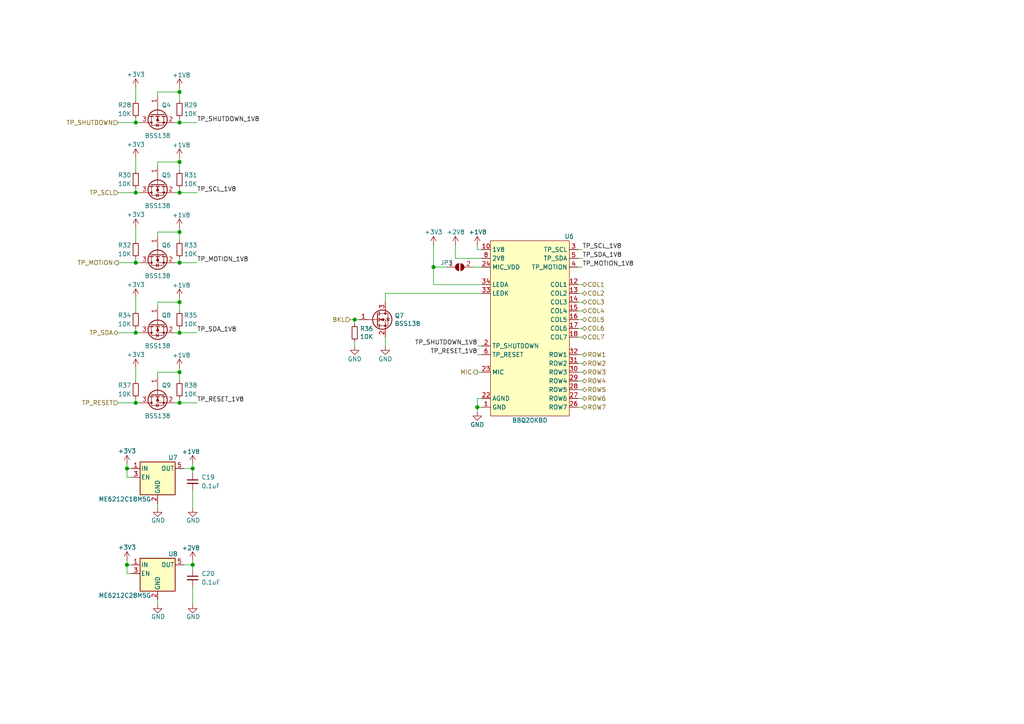
<source format=kicad_sch>
(kicad_sch (version 20230121) (generator eeschema)

  (uuid cde51953-94e8-4f79-b65f-5861b1c22a61)

  (paper "A4")

  (title_block
    (title "BBQ20KBD")
    (date "2023-04-21")
    (rev "1.0")
    (comment 1 "CERN Open Hardware Licence v1.2")
    (comment 2 "https://github.com/solderparty/bbq20kbd_hw")
    (comment 3 "Original Design by Solder Party AB")
  )

  (lib_symbols
    (symbol "Device:C_Small" (pin_numbers hide) (pin_names (offset 0.254) hide) (in_bom yes) (on_board yes)
      (property "Reference" "C" (at 0.254 1.778 0)
        (effects (font (size 1.27 1.27)) (justify left))
      )
      (property "Value" "C_Small" (at 0.254 -2.032 0)
        (effects (font (size 1.27 1.27)) (justify left))
      )
      (property "Footprint" "" (at 0 0 0)
        (effects (font (size 1.27 1.27)) hide)
      )
      (property "Datasheet" "~" (at 0 0 0)
        (effects (font (size 1.27 1.27)) hide)
      )
      (property "ki_keywords" "capacitor cap" (at 0 0 0)
        (effects (font (size 1.27 1.27)) hide)
      )
      (property "ki_description" "Unpolarized capacitor, small symbol" (at 0 0 0)
        (effects (font (size 1.27 1.27)) hide)
      )
      (property "ki_fp_filters" "C_*" (at 0 0 0)
        (effects (font (size 1.27 1.27)) hide)
      )
      (symbol "C_Small_0_1"
        (polyline
          (pts
            (xy -1.524 -0.508)
            (xy 1.524 -0.508)
          )
          (stroke (width 0.3302) (type default))
          (fill (type none))
        )
        (polyline
          (pts
            (xy -1.524 0.508)
            (xy 1.524 0.508)
          )
          (stroke (width 0.3048) (type default))
          (fill (type none))
        )
      )
      (symbol "C_Small_1_1"
        (pin passive line (at 0 2.54 270) (length 2.032)
          (name "~" (effects (font (size 1.27 1.27))))
          (number "1" (effects (font (size 1.27 1.27))))
        )
        (pin passive line (at 0 -2.54 90) (length 2.032)
          (name "~" (effects (font (size 1.27 1.27))))
          (number "2" (effects (font (size 1.27 1.27))))
        )
      )
    )
    (symbol "Device:R_Small" (pin_numbers hide) (pin_names (offset 0.254) hide) (in_bom yes) (on_board yes)
      (property "Reference" "R" (at 0.762 0.508 0)
        (effects (font (size 1.27 1.27)) (justify left))
      )
      (property "Value" "R_Small" (at 0.762 -1.016 0)
        (effects (font (size 1.27 1.27)) (justify left))
      )
      (property "Footprint" "" (at 0 0 0)
        (effects (font (size 1.27 1.27)) hide)
      )
      (property "Datasheet" "~" (at 0 0 0)
        (effects (font (size 1.27 1.27)) hide)
      )
      (property "ki_keywords" "R resistor" (at 0 0 0)
        (effects (font (size 1.27 1.27)) hide)
      )
      (property "ki_description" "Resistor, small symbol" (at 0 0 0)
        (effects (font (size 1.27 1.27)) hide)
      )
      (property "ki_fp_filters" "R_*" (at 0 0 0)
        (effects (font (size 1.27 1.27)) hide)
      )
      (symbol "R_Small_0_1"
        (rectangle (start -0.762 1.778) (end 0.762 -1.778)
          (stroke (width 0.2032) (type default))
          (fill (type none))
        )
      )
      (symbol "R_Small_1_1"
        (pin passive line (at 0 2.54 270) (length 0.762)
          (name "~" (effects (font (size 1.27 1.27))))
          (number "1" (effects (font (size 1.27 1.27))))
        )
        (pin passive line (at 0 -2.54 90) (length 0.762)
          (name "~" (effects (font (size 1.27 1.27))))
          (number "2" (effects (font (size 1.27 1.27))))
        )
      )
    )
    (symbol "Jumper:SolderJumper_2_Open" (pin_names (offset 0) hide) (in_bom yes) (on_board yes)
      (property "Reference" "JP" (at 0 2.032 0)
        (effects (font (size 1.27 1.27)))
      )
      (property "Value" "SolderJumper_2_Open" (at 0 -2.54 0)
        (effects (font (size 1.27 1.27)))
      )
      (property "Footprint" "" (at 0 0 0)
        (effects (font (size 1.27 1.27)) hide)
      )
      (property "Datasheet" "~" (at 0 0 0)
        (effects (font (size 1.27 1.27)) hide)
      )
      (property "ki_keywords" "solder jumper SPST" (at 0 0 0)
        (effects (font (size 1.27 1.27)) hide)
      )
      (property "ki_description" "Solder Jumper, 2-pole, open" (at 0 0 0)
        (effects (font (size 1.27 1.27)) hide)
      )
      (property "ki_fp_filters" "SolderJumper*Open*" (at 0 0 0)
        (effects (font (size 1.27 1.27)) hide)
      )
      (symbol "SolderJumper_2_Open_0_1"
        (arc (start -0.254 1.016) (mid -1.2656 0) (end -0.254 -1.016)
          (stroke (width 0) (type default))
          (fill (type none))
        )
        (arc (start -0.254 1.016) (mid -1.2656 0) (end -0.254 -1.016)
          (stroke (width 0) (type default))
          (fill (type outline))
        )
        (polyline
          (pts
            (xy -0.254 1.016)
            (xy -0.254 -1.016)
          )
          (stroke (width 0) (type default))
          (fill (type none))
        )
        (polyline
          (pts
            (xy 0.254 1.016)
            (xy 0.254 -1.016)
          )
          (stroke (width 0) (type default))
          (fill (type none))
        )
        (arc (start 0.254 -1.016) (mid 1.2656 0) (end 0.254 1.016)
          (stroke (width 0) (type default))
          (fill (type none))
        )
        (arc (start 0.254 -1.016) (mid 1.2656 0) (end 0.254 1.016)
          (stroke (width 0) (type default))
          (fill (type outline))
        )
      )
      (symbol "SolderJumper_2_Open_1_1"
        (pin passive line (at -3.81 0 0) (length 2.54)
          (name "A" (effects (font (size 1.27 1.27))))
          (number "1" (effects (font (size 1.27 1.27))))
        )
        (pin passive line (at 3.81 0 180) (length 2.54)
          (name "B" (effects (font (size 1.27 1.27))))
          (number "2" (effects (font (size 1.27 1.27))))
        )
      )
    )
    (symbol "Keyboard:BBQ20KBD" (in_bom yes) (on_board yes)
      (property "Reference" "U" (at 11.43 24.13 0)
        (effects (font (size 1.27 1.27)))
      )
      (property "Value" "BBQ20KBD" (at 0 -29.21 0)
        (effects (font (size 1.27 1.27)))
      )
      (property "Footprint" "" (at -6.35 21.59 0)
        (effects (font (size 1.27 1.27)) hide)
      )
      (property "Datasheet" "" (at -6.35 21.59 0)
        (effects (font (size 1.27 1.27)) hide)
      )
      (symbol "BBQ20KBD_0_0"
        (pin power_in line (at -13.97 -25.4 0) (length 2.54)
          (name "GND" (effects (font (size 1.27 1.27))))
          (number "1" (effects (font (size 1.27 1.27))))
        )
        (pin power_in line (at -13.97 20.32 0) (length 2.54)
          (name "1V8" (effects (font (size 1.27 1.27))))
          (number "10" (effects (font (size 1.27 1.27))))
        )
        (pin passive line (at -13.97 -25.4 0) (length 2.54) hide
          (name "GND" (effects (font (size 1.27 1.27))))
          (number "11" (effects (font (size 1.27 1.27))))
        )
        (pin input line (at 13.97 10.16 180) (length 2.54)
          (name "COL1" (effects (font (size 1.27 1.27))))
          (number "12" (effects (font (size 1.27 1.27))))
        )
        (pin input line (at 13.97 7.62 180) (length 2.54)
          (name "COL2" (effects (font (size 1.27 1.27))))
          (number "13" (effects (font (size 1.27 1.27))))
        )
        (pin input line (at 13.97 5.08 180) (length 2.54)
          (name "COL3" (effects (font (size 1.27 1.27))))
          (number "14" (effects (font (size 1.27 1.27))))
        )
        (pin input line (at 13.97 2.54 180) (length 2.54)
          (name "COL4" (effects (font (size 1.27 1.27))))
          (number "15" (effects (font (size 1.27 1.27))))
        )
        (pin input line (at 13.97 0 180) (length 2.54)
          (name "COL5" (effects (font (size 1.27 1.27))))
          (number "16" (effects (font (size 1.27 1.27))))
        )
        (pin input line (at 13.97 -2.54 180) (length 2.54)
          (name "COL6" (effects (font (size 1.27 1.27))))
          (number "17" (effects (font (size 1.27 1.27))))
        )
        (pin input line (at 13.97 -5.08 180) (length 2.54)
          (name "COL7" (effects (font (size 1.27 1.27))))
          (number "18" (effects (font (size 1.27 1.27))))
        )
        (pin passive line (at -13.97 -25.4 0) (length 2.54) hide
          (name "GND" (effects (font (size 1.27 1.27))))
          (number "19" (effects (font (size 1.27 1.27))))
        )
        (pin input line (at -13.97 -7.62 0) (length 2.54)
          (name "TP_SHUTDOWN" (effects (font (size 1.27 1.27))))
          (number "2" (effects (font (size 1.27 1.27))))
        )
        (pin passive line (at -13.97 -25.4 0) (length 2.54) hide
          (name "GND" (effects (font (size 1.27 1.27))))
          (number "20" (effects (font (size 1.27 1.27))))
        )
        (pin passive line (at -13.97 -25.4 0) (length 2.54) hide
          (name "GND" (effects (font (size 1.27 1.27))))
          (number "21" (effects (font (size 1.27 1.27))))
        )
        (pin power_in line (at -13.97 -22.86 0) (length 2.54)
          (name "AGND" (effects (font (size 1.27 1.27))))
          (number "22" (effects (font (size 1.27 1.27))))
        )
        (pin output line (at -13.97 -15.24 0) (length 2.54)
          (name "MIC" (effects (font (size 1.27 1.27))))
          (number "23" (effects (font (size 1.27 1.27))))
        )
        (pin input line (at -13.97 15.24 0) (length 2.54)
          (name "MIC_VDD" (effects (font (size 1.27 1.27))))
          (number "24" (effects (font (size 1.27 1.27))))
        )
        (pin passive line (at -13.97 -25.4 0) (length 2.54) hide
          (name "GND" (effects (font (size 1.27 1.27))))
          (number "25" (effects (font (size 1.27 1.27))))
        )
        (pin input line (at 13.97 -25.4 180) (length 2.54)
          (name "ROW7" (effects (font (size 1.27 1.27))))
          (number "26" (effects (font (size 1.27 1.27))))
        )
        (pin input line (at 13.97 -22.86 180) (length 2.54)
          (name "ROW6" (effects (font (size 1.27 1.27))))
          (number "27" (effects (font (size 1.27 1.27))))
        )
        (pin input line (at 13.97 -20.32 180) (length 2.54)
          (name "ROW5" (effects (font (size 1.27 1.27))))
          (number "28" (effects (font (size 1.27 1.27))))
        )
        (pin input line (at 13.97 -17.78 180) (length 2.54)
          (name "ROW4" (effects (font (size 1.27 1.27))))
          (number "29" (effects (font (size 1.27 1.27))))
        )
        (pin input line (at 13.97 20.32 180) (length 2.54)
          (name "TP_SCL" (effects (font (size 1.27 1.27))))
          (number "3" (effects (font (size 1.27 1.27))))
        )
        (pin input line (at 13.97 -15.24 180) (length 2.54)
          (name "ROW3" (effects (font (size 1.27 1.27))))
          (number "30" (effects (font (size 1.27 1.27))))
        )
        (pin input line (at 13.97 -12.7 180) (length 2.54)
          (name "ROW2" (effects (font (size 1.27 1.27))))
          (number "31" (effects (font (size 1.27 1.27))))
        )
        (pin input line (at 13.97 -10.16 180) (length 2.54)
          (name "ROW1" (effects (font (size 1.27 1.27))))
          (number "32" (effects (font (size 1.27 1.27))))
        )
        (pin input line (at -13.97 7.62 0) (length 2.54)
          (name "LEDK" (effects (font (size 1.27 1.27))))
          (number "33" (effects (font (size 1.27 1.27))))
        )
        (pin power_in line (at -13.97 10.16 0) (length 2.54)
          (name "LEDA" (effects (font (size 1.27 1.27))))
          (number "34" (effects (font (size 1.27 1.27))))
        )
        (pin passive line (at -13.97 7.62 0) (length 2.54) hide
          (name "LEDK" (effects (font (size 1.27 1.27))))
          (number "35" (effects (font (size 1.27 1.27))))
        )
        (pin passive line (at -13.97 10.16 0) (length 2.54) hide
          (name "LEDA" (effects (font (size 1.27 1.27))))
          (number "36" (effects (font (size 1.27 1.27))))
        )
        (pin passive line (at -13.97 7.62 0) (length 2.54) hide
          (name "LEDK" (effects (font (size 1.27 1.27))))
          (number "37" (effects (font (size 1.27 1.27))))
        )
        (pin no_connect line (at 0 -17.78 0) (length 2.54) hide
          (name "NC" (effects (font (size 1.27 1.27))))
          (number "38" (effects (font (size 1.27 1.27))))
        )
        (pin no_connect line (at 0 -20.32 0) (length 2.54) hide
          (name "NC" (effects (font (size 1.27 1.27))))
          (number "39" (effects (font (size 1.27 1.27))))
        )
        (pin output line (at 13.97 15.24 180) (length 2.54)
          (name "TP_MOTION" (effects (font (size 1.27 1.27))))
          (number "4" (effects (font (size 1.27 1.27))))
        )
        (pin passive line (at -13.97 -25.4 0) (length 2.54) hide
          (name "GND" (effects (font (size 1.27 1.27))))
          (number "40" (effects (font (size 1.27 1.27))))
        )
        (pin bidirectional line (at 13.97 17.78 180) (length 2.54)
          (name "TP_SDA" (effects (font (size 1.27 1.27))))
          (number "5" (effects (font (size 1.27 1.27))))
        )
        (pin input line (at -13.97 -10.16 0) (length 2.54)
          (name "TP_RESET" (effects (font (size 1.27 1.27))))
          (number "6" (effects (font (size 1.27 1.27))))
        )
        (pin passive line (at -13.97 -25.4 0) (length 2.54) hide
          (name "GND" (effects (font (size 1.27 1.27))))
          (number "7" (effects (font (size 1.27 1.27))))
        )
        (pin power_in line (at -13.97 17.78 0) (length 2.54)
          (name "2V8" (effects (font (size 1.27 1.27))))
          (number "8" (effects (font (size 1.27 1.27))))
        )
        (pin passive line (at -13.97 -25.4 0) (length 2.54) hide
          (name "GND" (effects (font (size 1.27 1.27))))
          (number "9" (effects (font (size 1.27 1.27))))
        )
      )
      (symbol "BBQ20KBD_0_1"
        (rectangle (start -11.43 22.86) (end 11.43 -27.94)
          (stroke (width 0.1524) (type default))
          (fill (type background))
        )
      )
    )
    (symbol "Regulator_Linear:TLV71209_SOT23-5" (pin_names (offset 0.254)) (in_bom yes) (on_board yes)
      (property "Reference" "U" (at -3.81 5.715 0)
        (effects (font (size 1.27 1.27)))
      )
      (property "Value" "TLV71209_SOT23-5" (at 0 5.715 0)
        (effects (font (size 1.27 1.27)) (justify left))
      )
      (property "Footprint" "Package_TO_SOT_SMD:SOT-23-5" (at 0 8.255 0)
        (effects (font (size 1.27 1.27) italic) hide)
      )
      (property "Datasheet" "http://www.ti.com/lit/ds/symlink/tlv712.pdf" (at 0 1.27 0)
        (effects (font (size 1.27 1.27)) hide)
      )
      (property "ki_keywords" "LDO Regulator Fixed Positive" (at 0 0 0)
        (effects (font (size 1.27 1.27)) hide)
      )
      (property "ki_description" "300mA Low Dropout Voltage Regulator, Fixed Output 0.9V, SOT-23-5" (at 0 0 0)
        (effects (font (size 1.27 1.27)) hide)
      )
      (property "ki_fp_filters" "SOT?23*" (at 0 0 0)
        (effects (font (size 1.27 1.27)) hide)
      )
      (symbol "TLV71209_SOT23-5_0_1"
        (rectangle (start -5.08 4.445) (end 5.08 -5.08)
          (stroke (width 0.254) (type default))
          (fill (type background))
        )
      )
      (symbol "TLV71209_SOT23-5_1_1"
        (pin power_in line (at -7.62 2.54 0) (length 2.54)
          (name "IN" (effects (font (size 1.27 1.27))))
          (number "1" (effects (font (size 1.27 1.27))))
        )
        (pin power_in line (at 0 -7.62 90) (length 2.54)
          (name "GND" (effects (font (size 1.27 1.27))))
          (number "2" (effects (font (size 1.27 1.27))))
        )
        (pin input line (at -7.62 0 0) (length 2.54)
          (name "EN" (effects (font (size 1.27 1.27))))
          (number "3" (effects (font (size 1.27 1.27))))
        )
        (pin no_connect line (at 5.08 0 180) (length 2.54) hide
          (name "NC" (effects (font (size 1.27 1.27))))
          (number "4" (effects (font (size 1.27 1.27))))
        )
        (pin power_out line (at 7.62 2.54 180) (length 2.54)
          (name "OUT" (effects (font (size 1.27 1.27))))
          (number "5" (effects (font (size 1.27 1.27))))
        )
      )
    )
    (symbol "Transistor_FET:BSS138" (pin_names hide) (in_bom yes) (on_board yes)
      (property "Reference" "Q" (at 5.08 1.905 0)
        (effects (font (size 1.27 1.27)) (justify left))
      )
      (property "Value" "BSS138" (at 5.08 0 0)
        (effects (font (size 1.27 1.27)) (justify left))
      )
      (property "Footprint" "Package_TO_SOT_SMD:SOT-23" (at 5.08 -1.905 0)
        (effects (font (size 1.27 1.27) italic) (justify left) hide)
      )
      (property "Datasheet" "https://www.onsemi.com/pub/Collateral/BSS138-D.PDF" (at 0 0 0)
        (effects (font (size 1.27 1.27)) (justify left) hide)
      )
      (property "ki_keywords" "N-Channel MOSFET" (at 0 0 0)
        (effects (font (size 1.27 1.27)) hide)
      )
      (property "ki_description" "50V Vds, 0.22A Id, N-Channel MOSFET, SOT-23" (at 0 0 0)
        (effects (font (size 1.27 1.27)) hide)
      )
      (property "ki_fp_filters" "SOT?23*" (at 0 0 0)
        (effects (font (size 1.27 1.27)) hide)
      )
      (symbol "BSS138_0_1"
        (polyline
          (pts
            (xy 0.254 0)
            (xy -2.54 0)
          )
          (stroke (width 0) (type default))
          (fill (type none))
        )
        (polyline
          (pts
            (xy 0.254 1.905)
            (xy 0.254 -1.905)
          )
          (stroke (width 0.254) (type default))
          (fill (type none))
        )
        (polyline
          (pts
            (xy 0.762 -1.27)
            (xy 0.762 -2.286)
          )
          (stroke (width 0.254) (type default))
          (fill (type none))
        )
        (polyline
          (pts
            (xy 0.762 0.508)
            (xy 0.762 -0.508)
          )
          (stroke (width 0.254) (type default))
          (fill (type none))
        )
        (polyline
          (pts
            (xy 0.762 2.286)
            (xy 0.762 1.27)
          )
          (stroke (width 0.254) (type default))
          (fill (type none))
        )
        (polyline
          (pts
            (xy 2.54 2.54)
            (xy 2.54 1.778)
          )
          (stroke (width 0) (type default))
          (fill (type none))
        )
        (polyline
          (pts
            (xy 2.54 -2.54)
            (xy 2.54 0)
            (xy 0.762 0)
          )
          (stroke (width 0) (type default))
          (fill (type none))
        )
        (polyline
          (pts
            (xy 0.762 -1.778)
            (xy 3.302 -1.778)
            (xy 3.302 1.778)
            (xy 0.762 1.778)
          )
          (stroke (width 0) (type default))
          (fill (type none))
        )
        (polyline
          (pts
            (xy 1.016 0)
            (xy 2.032 0.381)
            (xy 2.032 -0.381)
            (xy 1.016 0)
          )
          (stroke (width 0) (type default))
          (fill (type outline))
        )
        (polyline
          (pts
            (xy 2.794 0.508)
            (xy 2.921 0.381)
            (xy 3.683 0.381)
            (xy 3.81 0.254)
          )
          (stroke (width 0) (type default))
          (fill (type none))
        )
        (polyline
          (pts
            (xy 3.302 0.381)
            (xy 2.921 -0.254)
            (xy 3.683 -0.254)
            (xy 3.302 0.381)
          )
          (stroke (width 0) (type default))
          (fill (type none))
        )
        (circle (center 1.651 0) (radius 2.794)
          (stroke (width 0.254) (type default))
          (fill (type none))
        )
        (circle (center 2.54 -1.778) (radius 0.254)
          (stroke (width 0) (type default))
          (fill (type outline))
        )
        (circle (center 2.54 1.778) (radius 0.254)
          (stroke (width 0) (type default))
          (fill (type outline))
        )
      )
      (symbol "BSS138_1_1"
        (pin input line (at -5.08 0 0) (length 2.54)
          (name "G" (effects (font (size 1.27 1.27))))
          (number "1" (effects (font (size 1.27 1.27))))
        )
        (pin passive line (at 2.54 -5.08 90) (length 2.54)
          (name "S" (effects (font (size 1.27 1.27))))
          (number "2" (effects (font (size 1.27 1.27))))
        )
        (pin passive line (at 2.54 5.08 270) (length 2.54)
          (name "D" (effects (font (size 1.27 1.27))))
          (number "3" (effects (font (size 1.27 1.27))))
        )
      )
    )
    (symbol "power:+1V8" (power) (pin_names (offset 0)) (in_bom yes) (on_board yes)
      (property "Reference" "#PWR" (at 0 -3.81 0)
        (effects (font (size 1.27 1.27)) hide)
      )
      (property "Value" "+1V8" (at 0 3.556 0)
        (effects (font (size 1.27 1.27)))
      )
      (property "Footprint" "" (at 0 0 0)
        (effects (font (size 1.27 1.27)) hide)
      )
      (property "Datasheet" "" (at 0 0 0)
        (effects (font (size 1.27 1.27)) hide)
      )
      (property "ki_keywords" "power-flag" (at 0 0 0)
        (effects (font (size 1.27 1.27)) hide)
      )
      (property "ki_description" "Power symbol creates a global label with name \"+1V8\"" (at 0 0 0)
        (effects (font (size 1.27 1.27)) hide)
      )
      (symbol "+1V8_0_1"
        (polyline
          (pts
            (xy -0.762 1.27)
            (xy 0 2.54)
          )
          (stroke (width 0) (type default))
          (fill (type none))
        )
        (polyline
          (pts
            (xy 0 0)
            (xy 0 2.54)
          )
          (stroke (width 0) (type default))
          (fill (type none))
        )
        (polyline
          (pts
            (xy 0 2.54)
            (xy 0.762 1.27)
          )
          (stroke (width 0) (type default))
          (fill (type none))
        )
      )
      (symbol "+1V8_1_1"
        (pin power_in line (at 0 0 90) (length 0) hide
          (name "+1V8" (effects (font (size 1.27 1.27))))
          (number "1" (effects (font (size 1.27 1.27))))
        )
      )
    )
    (symbol "power:+2V8" (power) (pin_names (offset 0)) (in_bom yes) (on_board yes)
      (property "Reference" "#PWR" (at 0 -3.81 0)
        (effects (font (size 1.27 1.27)) hide)
      )
      (property "Value" "+2V8" (at 0 3.556 0)
        (effects (font (size 1.27 1.27)))
      )
      (property "Footprint" "" (at 0 0 0)
        (effects (font (size 1.27 1.27)) hide)
      )
      (property "Datasheet" "" (at 0 0 0)
        (effects (font (size 1.27 1.27)) hide)
      )
      (property "ki_keywords" "power-flag" (at 0 0 0)
        (effects (font (size 1.27 1.27)) hide)
      )
      (property "ki_description" "Power symbol creates a global label with name \"+2V8\"" (at 0 0 0)
        (effects (font (size 1.27 1.27)) hide)
      )
      (symbol "+2V8_0_1"
        (polyline
          (pts
            (xy -0.762 1.27)
            (xy 0 2.54)
          )
          (stroke (width 0) (type default))
          (fill (type none))
        )
        (polyline
          (pts
            (xy 0 0)
            (xy 0 2.54)
          )
          (stroke (width 0) (type default))
          (fill (type none))
        )
        (polyline
          (pts
            (xy 0 2.54)
            (xy 0.762 1.27)
          )
          (stroke (width 0) (type default))
          (fill (type none))
        )
      )
      (symbol "+2V8_1_1"
        (pin power_in line (at 0 0 90) (length 0) hide
          (name "+2V8" (effects (font (size 1.27 1.27))))
          (number "1" (effects (font (size 1.27 1.27))))
        )
      )
    )
    (symbol "power:+3.3V" (power) (pin_names (offset 0)) (in_bom yes) (on_board yes)
      (property "Reference" "#PWR" (at 0 -3.81 0)
        (effects (font (size 1.27 1.27)) hide)
      )
      (property "Value" "+3.3V" (at 0 3.556 0)
        (effects (font (size 1.27 1.27)))
      )
      (property "Footprint" "" (at 0 0 0)
        (effects (font (size 1.27 1.27)) hide)
      )
      (property "Datasheet" "" (at 0 0 0)
        (effects (font (size 1.27 1.27)) hide)
      )
      (property "ki_keywords" "power-flag" (at 0 0 0)
        (effects (font (size 1.27 1.27)) hide)
      )
      (property "ki_description" "Power symbol creates a global label with name \"+3.3V\"" (at 0 0 0)
        (effects (font (size 1.27 1.27)) hide)
      )
      (symbol "+3.3V_0_1"
        (polyline
          (pts
            (xy -0.762 1.27)
            (xy 0 2.54)
          )
          (stroke (width 0) (type default))
          (fill (type none))
        )
        (polyline
          (pts
            (xy 0 0)
            (xy 0 2.54)
          )
          (stroke (width 0) (type default))
          (fill (type none))
        )
        (polyline
          (pts
            (xy 0 2.54)
            (xy 0.762 1.27)
          )
          (stroke (width 0) (type default))
          (fill (type none))
        )
      )
      (symbol "+3.3V_1_1"
        (pin power_in line (at 0 0 90) (length 0) hide
          (name "+3V3" (effects (font (size 1.27 1.27))))
          (number "1" (effects (font (size 1.27 1.27))))
        )
      )
    )
    (symbol "power:GND" (power) (pin_names (offset 0)) (in_bom yes) (on_board yes)
      (property "Reference" "#PWR" (at 0 -6.35 0)
        (effects (font (size 1.27 1.27)) hide)
      )
      (property "Value" "GND" (at 0 -3.81 0)
        (effects (font (size 1.27 1.27)))
      )
      (property "Footprint" "" (at 0 0 0)
        (effects (font (size 1.27 1.27)) hide)
      )
      (property "Datasheet" "" (at 0 0 0)
        (effects (font (size 1.27 1.27)) hide)
      )
      (property "ki_keywords" "power-flag" (at 0 0 0)
        (effects (font (size 1.27 1.27)) hide)
      )
      (property "ki_description" "Power symbol creates a global label with name \"GND\" , ground" (at 0 0 0)
        (effects (font (size 1.27 1.27)) hide)
      )
      (symbol "GND_0_1"
        (polyline
          (pts
            (xy 0 0)
            (xy 0 -1.27)
            (xy 1.27 -1.27)
            (xy 0 -2.54)
            (xy -1.27 -1.27)
            (xy 0 -1.27)
          )
          (stroke (width 0) (type default))
          (fill (type none))
        )
      )
      (symbol "GND_1_1"
        (pin power_in line (at 0 0 270) (length 0) hide
          (name "GND" (effects (font (size 1.27 1.27))))
          (number "1" (effects (font (size 1.27 1.27))))
        )
      )
    )
  )

  (junction (at 39.37 55.88) (diameter 1.016) (color 0 0 0 0)
    (uuid 015fdea7-1239-4933-bb96-647339631e45)
  )
  (junction (at 52.07 55.88) (diameter 1.016) (color 0 0 0 0)
    (uuid 01c10278-3d38-4eb3-9261-d515a99d67a4)
  )
  (junction (at 52.07 87.63) (diameter 1.016) (color 0 0 0 0)
    (uuid 04f8e16a-d2a3-4cab-83e9-f892349f4405)
  )
  (junction (at 102.87 92.71) (diameter 1.016) (color 0 0 0 0)
    (uuid 05143a0f-f665-4911-a7ee-eda62abe2e3a)
  )
  (junction (at 52.07 26.67) (diameter 1.016) (color 0 0 0 0)
    (uuid 13de007c-8e61-4212-8a5f-96c759e3c165)
  )
  (junction (at 52.07 116.84) (diameter 1.016) (color 0 0 0 0)
    (uuid 1da8d2d8-c2f7-47c1-9a58-a42ff538fafe)
  )
  (junction (at 52.07 67.31) (diameter 1.016) (color 0 0 0 0)
    (uuid 35de7f27-5415-4757-87b3-05a705d5ff92)
  )
  (junction (at 52.07 96.52) (diameter 1.016) (color 0 0 0 0)
    (uuid 385991b3-ab98-41dc-8625-e9f01326adf8)
  )
  (junction (at 36.83 163.83) (diameter 1.016) (color 0 0 0 0)
    (uuid 4186146d-8b12-49db-b304-5ed6e356f58b)
  )
  (junction (at 52.07 35.56) (diameter 1.016) (color 0 0 0 0)
    (uuid 4e4be3f4-9141-4a7f-a917-427b4e4b303a)
  )
  (junction (at 36.83 135.89) (diameter 1.016) (color 0 0 0 0)
    (uuid 4e6b3ff2-2b2e-4b13-bd7e-1d84b77eaecd)
  )
  (junction (at 55.88 163.83) (diameter 1.016) (color 0 0 0 0)
    (uuid 6a0d96b6-c3cf-4c7f-9dc9-328c5f390605)
  )
  (junction (at 125.73 77.47) (diameter 1.016) (color 0 0 0 0)
    (uuid 784e7f04-ff24-410d-bed5-352c9c48962a)
  )
  (junction (at 39.37 96.52) (diameter 1.016) (color 0 0 0 0)
    (uuid 90c1a0a2-fc27-49c3-bee3-faf063de0510)
  )
  (junction (at 52.07 76.2) (diameter 1.016) (color 0 0 0 0)
    (uuid 9c5bd2f6-b1ad-45d3-9f82-3671e5b51bc8)
  )
  (junction (at 39.37 76.2) (diameter 1.016) (color 0 0 0 0)
    (uuid 9df8b374-eb25-461a-b3f0-45b0ca52ae85)
  )
  (junction (at 138.43 118.11) (diameter 1.016) (color 0 0 0 0)
    (uuid a7c227e5-cc55-43de-a462-537e6e2458d6)
  )
  (junction (at 39.37 116.84) (diameter 1.016) (color 0 0 0 0)
    (uuid b2e800be-f3a6-4087-85aa-e0b83ed97142)
  )
  (junction (at 55.88 135.89) (diameter 1.016) (color 0 0 0 0)
    (uuid ded22b85-d130-41a1-880f-8dfc3f27a91a)
  )
  (junction (at 52.07 107.95) (diameter 1.016) (color 0 0 0 0)
    (uuid e3e5790a-b197-4678-8cab-f7533209a19b)
  )
  (junction (at 52.07 46.99) (diameter 1.016) (color 0 0 0 0)
    (uuid e8dd8a26-0c62-4325-b0c7-6eb15634eccf)
  )
  (junction (at 39.37 35.56) (diameter 1.016) (color 0 0 0 0)
    (uuid fc4ea366-6d3b-4a8f-84b9-f0cf6642e16c)
  )

  (wire (pts (xy 167.64 74.93) (xy 168.91 74.93))
    (stroke (width 0) (type solid))
    (uuid 00f053f5-8a76-4e04-b1e9-64cbbd767a5c)
  )
  (wire (pts (xy 167.64 102.87) (xy 168.91 102.87))
    (stroke (width 0) (type solid))
    (uuid 03a1e831-5323-48aa-82a4-0f48efea7d51)
  )
  (wire (pts (xy 167.64 87.63) (xy 168.91 87.63))
    (stroke (width 0) (type solid))
    (uuid 0474f915-46be-49a3-8807-576a1367bb96)
  )
  (wire (pts (xy 45.72 88.9) (xy 45.72 87.63))
    (stroke (width 0) (type solid))
    (uuid 0a76c80f-3a48-4e0b-88d5-d377d3319211)
  )
  (wire (pts (xy 52.07 107.95) (xy 52.07 110.49))
    (stroke (width 0) (type solid))
    (uuid 0b6c2ffd-6a7a-44dd-bda8-a412110f34e4)
  )
  (wire (pts (xy 167.64 92.71) (xy 168.91 92.71))
    (stroke (width 0) (type solid))
    (uuid 0b72fa35-f586-4a02-a984-09f6fd8d037b)
  )
  (wire (pts (xy 167.64 97.79) (xy 168.91 97.79))
    (stroke (width 0) (type solid))
    (uuid 0e933d3c-dd65-4fcc-9861-97d467950ec5)
  )
  (wire (pts (xy 45.72 68.58) (xy 45.72 67.31))
    (stroke (width 0) (type solid))
    (uuid 12a134bb-7e47-428f-9991-bf0b4a9d2764)
  )
  (wire (pts (xy 45.72 109.22) (xy 45.72 107.95))
    (stroke (width 0) (type solid))
    (uuid 131bbe6a-2b1d-4cfc-af1b-4b64d3df03b0)
  )
  (wire (pts (xy 52.07 95.25) (xy 52.07 96.52))
    (stroke (width 0) (type solid))
    (uuid 151a48c0-8920-47d9-882f-8bba0ebd175d)
  )
  (wire (pts (xy 57.15 35.56) (xy 52.07 35.56))
    (stroke (width 0) (type solid))
    (uuid 156d4eec-84b8-4435-aa9b-97147c043dd3)
  )
  (wire (pts (xy 139.7 118.11) (xy 138.43 118.11))
    (stroke (width 0) (type solid))
    (uuid 16451561-d306-4aa8-bd24-e9be7994726e)
  )
  (wire (pts (xy 167.64 82.55) (xy 168.91 82.55))
    (stroke (width 0) (type solid))
    (uuid 17ab0d16-4ce9-40a6-b81d-394aca1d70eb)
  )
  (wire (pts (xy 52.07 54.61) (xy 52.07 55.88))
    (stroke (width 0) (type solid))
    (uuid 17d5fb86-e241-47c6-93ec-ecd69b6a16da)
  )
  (wire (pts (xy 55.88 170.18) (xy 55.88 175.26))
    (stroke (width 0) (type solid))
    (uuid 1dd61b7f-65eb-49ff-bebf-cab8e140bcdb)
  )
  (wire (pts (xy 36.83 135.89) (xy 38.1 135.89))
    (stroke (width 0) (type solid))
    (uuid 24f631d2-b93a-4a0a-b84b-0f7080c4315b)
  )
  (wire (pts (xy 50.8 76.2) (xy 52.07 76.2))
    (stroke (width 0) (type solid))
    (uuid 252c00f4-a367-47a4-b66b-f844a83a6f59)
  )
  (wire (pts (xy 45.72 27.94) (xy 45.72 26.67))
    (stroke (width 0) (type solid))
    (uuid 26fe38b5-6eea-49da-9d87-7e8c0c7d31e7)
  )
  (wire (pts (xy 138.43 115.57) (xy 138.43 118.11))
    (stroke (width 0) (type solid))
    (uuid 2773e319-a88c-4310-afdd-dd5ce7046538)
  )
  (wire (pts (xy 52.07 66.04) (xy 52.07 67.31))
    (stroke (width 0) (type solid))
    (uuid 27e63c35-9a84-4768-9daa-cab3c6b17f5d)
  )
  (wire (pts (xy 132.08 74.93) (xy 139.7 74.93))
    (stroke (width 0) (type solid))
    (uuid 2875fae3-8cc1-458f-92b1-a4b869094e39)
  )
  (wire (pts (xy 57.15 76.2) (xy 52.07 76.2))
    (stroke (width 0) (type solid))
    (uuid 2f2e547c-8d8a-4c41-9fcb-0d75a8a09a40)
  )
  (wire (pts (xy 137.16 77.47) (xy 139.7 77.47))
    (stroke (width 0) (type solid))
    (uuid 3714934f-59db-4b14-ac62-3d10cf637f13)
  )
  (wire (pts (xy 55.88 165.1) (xy 55.88 163.83))
    (stroke (width 0) (type solid))
    (uuid 37dbf8d3-06b1-4fcc-a836-7369e6b3d10a)
  )
  (wire (pts (xy 167.64 113.03) (xy 168.91 113.03))
    (stroke (width 0) (type solid))
    (uuid 38ecf143-0e2a-4c7a-8771-f4e6fcb79fe1)
  )
  (wire (pts (xy 36.83 138.43) (xy 36.83 135.89))
    (stroke (width 0) (type solid))
    (uuid 3a563a0e-82cb-4aa2-b3c3-9bc12b759a07)
  )
  (wire (pts (xy 125.73 71.12) (xy 125.73 77.47))
    (stroke (width 0) (type solid))
    (uuid 3bbb444d-364e-4be4-9a23-491e452df287)
  )
  (wire (pts (xy 39.37 45.72) (xy 39.37 49.53))
    (stroke (width 0) (type solid))
    (uuid 4058947a-c045-4fe4-bb1f-3a984f9def84)
  )
  (wire (pts (xy 52.07 46.99) (xy 52.07 49.53))
    (stroke (width 0) (type solid))
    (uuid 4639b68d-9e5b-41ba-ae14-70642e439f20)
  )
  (wire (pts (xy 167.64 72.39) (xy 168.91 72.39))
    (stroke (width 0) (type solid))
    (uuid 5250a73f-c4a4-4d8b-bda0-4acfdf5ff804)
  )
  (wire (pts (xy 52.07 25.4) (xy 52.07 26.67))
    (stroke (width 0) (type solid))
    (uuid 555ebec5-6e8c-4758-be50-880571346713)
  )
  (wire (pts (xy 39.37 96.52) (xy 34.29 96.52))
    (stroke (width 0) (type solid))
    (uuid 563791eb-e7a8-4c45-8228-91b7afe020c4)
  )
  (wire (pts (xy 52.07 87.63) (xy 52.07 90.17))
    (stroke (width 0) (type solid))
    (uuid 583d83a3-fb5a-4a19-8f9a-4ca95dc0dfe3)
  )
  (wire (pts (xy 45.72 173.99) (xy 45.72 175.26))
    (stroke (width 0) (type solid))
    (uuid 5894c2cd-7b3d-4b3a-bf27-d3107bae0d12)
  )
  (wire (pts (xy 40.64 96.52) (xy 39.37 96.52))
    (stroke (width 0) (type solid))
    (uuid 5911bea1-abe6-4728-aeab-9a7af796efef)
  )
  (wire (pts (xy 36.83 166.37) (xy 36.83 163.83))
    (stroke (width 0) (type solid))
    (uuid 5e688aec-6944-4076-8526-8446b7f80253)
  )
  (wire (pts (xy 50.8 55.88) (xy 52.07 55.88))
    (stroke (width 0) (type solid))
    (uuid 5f01d716-076f-447d-9777-eb2a1f52332e)
  )
  (wire (pts (xy 39.37 35.56) (xy 34.29 35.56))
    (stroke (width 0) (type solid))
    (uuid 62ec98fd-433e-467e-abec-9d0e46e0a5d9)
  )
  (wire (pts (xy 45.72 146.05) (xy 45.72 147.32))
    (stroke (width 0) (type solid))
    (uuid 6a435411-2599-4ce8-9ffc-70d70313f645)
  )
  (wire (pts (xy 55.88 142.24) (xy 55.88 147.32))
    (stroke (width 0) (type solid))
    (uuid 6bbf770c-5df0-4ecb-bf35-724179022f7f)
  )
  (wire (pts (xy 45.72 67.31) (xy 52.07 67.31))
    (stroke (width 0) (type solid))
    (uuid 73b117db-ab8e-4d03-87ca-30fd595d3625)
  )
  (wire (pts (xy 40.64 76.2) (xy 39.37 76.2))
    (stroke (width 0) (type solid))
    (uuid 756b6af1-7176-4686-8b21-e94e3dded22d)
  )
  (wire (pts (xy 39.37 74.93) (xy 39.37 76.2))
    (stroke (width 0) (type solid))
    (uuid 75d60fa3-4eb8-4588-ae5f-77058face681)
  )
  (wire (pts (xy 52.07 26.67) (xy 52.07 29.21))
    (stroke (width 0) (type solid))
    (uuid 796bc572-887f-4c20-9d65-d0c64a1b5f10)
  )
  (wire (pts (xy 167.64 118.11) (xy 168.91 118.11))
    (stroke (width 0) (type solid))
    (uuid 7d30545f-82a6-4444-8088-74586d0de568)
  )
  (wire (pts (xy 53.34 135.89) (xy 55.88 135.89))
    (stroke (width 0) (type solid))
    (uuid 82a5e098-6f17-460d-a6f5-686678141ab1)
  )
  (wire (pts (xy 45.72 46.99) (xy 52.07 46.99))
    (stroke (width 0) (type solid))
    (uuid 87d8015c-7704-4ede-9847-0bde548ed8d2)
  )
  (wire (pts (xy 132.08 71.12) (xy 132.08 74.93))
    (stroke (width 0) (type solid))
    (uuid 8c27dd37-b9a9-4ce1-82a4-8c4fcd2c6bbe)
  )
  (wire (pts (xy 36.83 134.62) (xy 36.83 135.89))
    (stroke (width 0) (type solid))
    (uuid 8eb38f20-ddba-457f-8f6d-fcff83000519)
  )
  (wire (pts (xy 40.64 55.88) (xy 39.37 55.88))
    (stroke (width 0) (type solid))
    (uuid 8ee462c0-673c-4dde-852e-ce885ff7e4cb)
  )
  (wire (pts (xy 138.43 102.87) (xy 139.7 102.87))
    (stroke (width 0) (type solid))
    (uuid 909dc432-586f-48cb-a530-ae80ae4022ac)
  )
  (wire (pts (xy 36.83 162.56) (xy 36.83 163.83))
    (stroke (width 0) (type solid))
    (uuid 9342474f-0598-4c0a-9837-9edac3c41841)
  )
  (wire (pts (xy 55.88 162.56) (xy 55.88 163.83))
    (stroke (width 0) (type solid))
    (uuid 9651fe03-e6fb-4800-b00f-4a46a6d816b9)
  )
  (wire (pts (xy 55.88 137.16) (xy 55.88 135.89))
    (stroke (width 0) (type solid))
    (uuid 96e78db5-8896-4ba1-a65d-ea1d71a68ed7)
  )
  (wire (pts (xy 50.8 116.84) (xy 52.07 116.84))
    (stroke (width 0) (type solid))
    (uuid 99c405c5-3897-4e25-a4de-dbc94fe0dda0)
  )
  (wire (pts (xy 167.64 85.09) (xy 168.91 85.09))
    (stroke (width 0) (type solid))
    (uuid 9a55318a-4c81-40d3-9231-15d69cfb9905)
  )
  (wire (pts (xy 167.64 105.41) (xy 168.91 105.41))
    (stroke (width 0) (type solid))
    (uuid 9f7bdea9-cf18-419b-b5e6-5d2c4217350a)
  )
  (wire (pts (xy 39.37 54.61) (xy 39.37 55.88))
    (stroke (width 0) (type solid))
    (uuid a2754aa2-35f0-4a04-915e-a0f5f62fc95f)
  )
  (wire (pts (xy 57.15 96.52) (xy 52.07 96.52))
    (stroke (width 0) (type solid))
    (uuid a54b04c7-52bf-467d-b810-27c219108317)
  )
  (wire (pts (xy 167.64 115.57) (xy 168.91 115.57))
    (stroke (width 0) (type solid))
    (uuid a6813984-37e6-4c28-8305-f88d2ec39912)
  )
  (wire (pts (xy 52.07 74.93) (xy 52.07 76.2))
    (stroke (width 0) (type solid))
    (uuid a89d6063-1600-4e4f-ab13-55e4141a0bb0)
  )
  (wire (pts (xy 52.07 34.29) (xy 52.07 35.56))
    (stroke (width 0) (type solid))
    (uuid abd99835-992d-424c-980c-92deb9d4f9c1)
  )
  (wire (pts (xy 52.07 115.57) (xy 52.07 116.84))
    (stroke (width 0) (type solid))
    (uuid af69e10f-1660-44cb-ae9b-8b301627fc0a)
  )
  (wire (pts (xy 52.07 67.31) (xy 52.07 69.85))
    (stroke (width 0) (type solid))
    (uuid af813892-21c8-4caa-a720-f1d3991fc80c)
  )
  (wire (pts (xy 45.72 48.26) (xy 45.72 46.99))
    (stroke (width 0) (type solid))
    (uuid b0b41a84-7408-4f43-92e9-9ca6d9190afe)
  )
  (wire (pts (xy 138.43 107.95) (xy 139.7 107.95))
    (stroke (width 0) (type solid))
    (uuid b0c3ac0c-5897-408b-9241-20024193d99c)
  )
  (wire (pts (xy 138.43 72.39) (xy 138.43 71.12))
    (stroke (width 0) (type solid))
    (uuid b3dbf680-3660-47ab-8ba8-0b6b97122c52)
  )
  (wire (pts (xy 39.37 34.29) (xy 39.37 35.56))
    (stroke (width 0) (type solid))
    (uuid b7b33429-3dd4-435e-9b08-549162ccc618)
  )
  (wire (pts (xy 111.76 97.79) (xy 111.76 100.33))
    (stroke (width 0) (type solid))
    (uuid b863dcfe-0d46-47cf-ae28-fa4dbb535953)
  )
  (wire (pts (xy 39.37 116.84) (xy 34.29 116.84))
    (stroke (width 0) (type solid))
    (uuid b9b51d9b-f8e7-4314-80a1-d0599143e806)
  )
  (wire (pts (xy 167.64 90.17) (xy 168.91 90.17))
    (stroke (width 0) (type solid))
    (uuid bb85082c-330f-4adf-9640-07cfaaabfcd1)
  )
  (wire (pts (xy 167.64 95.25) (xy 168.91 95.25))
    (stroke (width 0) (type solid))
    (uuid bbbf3675-fa8e-4090-9fe3-450de3fe4902)
  )
  (wire (pts (xy 45.72 107.95) (xy 52.07 107.95))
    (stroke (width 0) (type solid))
    (uuid c122b795-c2a1-40fb-a892-02a963e50378)
  )
  (wire (pts (xy 55.88 134.62) (xy 55.88 135.89))
    (stroke (width 0) (type solid))
    (uuid c477dbd4-8a4b-4ecc-869b-284546b4eb38)
  )
  (wire (pts (xy 53.34 163.83) (xy 55.88 163.83))
    (stroke (width 0) (type solid))
    (uuid c4a3d68b-91e6-4897-b85b-ae6f96aee66a)
  )
  (wire (pts (xy 45.72 26.67) (xy 52.07 26.67))
    (stroke (width 0) (type solid))
    (uuid c4e44656-6c7a-4b48-96d2-169bee0aeae4)
  )
  (wire (pts (xy 104.14 92.71) (xy 102.87 92.71))
    (stroke (width 0) (type solid))
    (uuid cc39f8ac-d321-409d-ae19-ca1b1d653f3a)
  )
  (wire (pts (xy 39.37 106.68) (xy 39.37 110.49))
    (stroke (width 0) (type solid))
    (uuid cdf372fd-3b25-4a09-8c9a-5bbf25cc2c7d)
  )
  (wire (pts (xy 39.37 95.25) (xy 39.37 96.52))
    (stroke (width 0) (type solid))
    (uuid cffbd591-bbc9-4527-9241-c96dd84fe41f)
  )
  (wire (pts (xy 167.64 77.47) (xy 168.91 77.47))
    (stroke (width 0) (type solid))
    (uuid d124ef41-bbe2-4099-bc8b-101b0b3696bb)
  )
  (wire (pts (xy 102.87 92.71) (xy 102.87 93.98))
    (stroke (width 0) (type solid))
    (uuid d5a81eda-8408-496a-b1ea-9fb293139287)
  )
  (wire (pts (xy 102.87 92.71) (xy 101.6 92.71))
    (stroke (width 0) (type solid))
    (uuid d5c1c3be-40be-4f89-b885-e8dc769a1d10)
  )
  (wire (pts (xy 40.64 116.84) (xy 39.37 116.84))
    (stroke (width 0) (type solid))
    (uuid d78e997f-9101-48cb-af70-c8af6e4e0cde)
  )
  (wire (pts (xy 39.37 76.2) (xy 34.29 76.2))
    (stroke (width 0) (type solid))
    (uuid d84fd756-29cb-4bbb-b3ca-da0d0b7e4fee)
  )
  (wire (pts (xy 45.72 87.63) (xy 52.07 87.63))
    (stroke (width 0) (type solid))
    (uuid d86a024c-20c4-4092-89ad-3735b1cc8392)
  )
  (wire (pts (xy 102.87 99.06) (xy 102.87 100.33))
    (stroke (width 0) (type solid))
    (uuid d98247b3-c03d-45b6-80c1-68cd16ddb303)
  )
  (wire (pts (xy 139.7 115.57) (xy 138.43 115.57))
    (stroke (width 0) (type solid))
    (uuid da8834e6-0c44-4370-8f50-7c5d5b762c55)
  )
  (wire (pts (xy 111.76 85.09) (xy 139.7 85.09))
    (stroke (width 0) (type solid))
    (uuid db100f2c-2258-4597-8327-06ee4a0c945c)
  )
  (wire (pts (xy 167.64 107.95) (xy 168.91 107.95))
    (stroke (width 0) (type solid))
    (uuid dd69b64a-1d8b-4a54-a12e-ca439e11b96e)
  )
  (wire (pts (xy 52.07 86.36) (xy 52.07 87.63))
    (stroke (width 0) (type solid))
    (uuid deaff579-911f-4484-acb4-6d75e279c78a)
  )
  (wire (pts (xy 138.43 100.33) (xy 139.7 100.33))
    (stroke (width 0) (type solid))
    (uuid df39b3c3-6c82-44b2-8815-7899608d0a2d)
  )
  (wire (pts (xy 138.43 118.11) (xy 138.43 119.38))
    (stroke (width 0) (type solid))
    (uuid e049da08-c106-4fac-9f62-a55fa2f0ecca)
  )
  (wire (pts (xy 111.76 85.09) (xy 111.76 87.63))
    (stroke (width 0) (type solid))
    (uuid e083035b-418c-434a-a722-100fe1a30b50)
  )
  (wire (pts (xy 39.37 115.57) (xy 39.37 116.84))
    (stroke (width 0) (type solid))
    (uuid e1495a3a-658d-4a7a-a556-72b4133021ee)
  )
  (wire (pts (xy 39.37 66.04) (xy 39.37 69.85))
    (stroke (width 0) (type solid))
    (uuid e2c4f708-b85c-457a-b6c4-d8d84318aaf0)
  )
  (wire (pts (xy 138.43 72.39) (xy 139.7 72.39))
    (stroke (width 0) (type solid))
    (uuid e3eaeac5-be8a-4b8a-bd01-980723601484)
  )
  (wire (pts (xy 57.15 116.84) (xy 52.07 116.84))
    (stroke (width 0) (type solid))
    (uuid e46f370a-353d-4076-9fd8-cea35acdecac)
  )
  (wire (pts (xy 38.1 166.37) (xy 36.83 166.37))
    (stroke (width 0) (type solid))
    (uuid e544b66d-8db5-4d8d-83fe-efba089cad40)
  )
  (wire (pts (xy 50.8 35.56) (xy 52.07 35.56))
    (stroke (width 0) (type solid))
    (uuid e5598f3f-279b-4d29-9c12-6beac56ade7f)
  )
  (wire (pts (xy 125.73 82.55) (xy 125.73 77.47))
    (stroke (width 0) (type solid))
    (uuid e61e0b56-3f35-45d0-bab1-954699780997)
  )
  (wire (pts (xy 39.37 55.88) (xy 34.29 55.88))
    (stroke (width 0) (type solid))
    (uuid e673df45-df8b-4ab1-a112-0421ec1309cf)
  )
  (wire (pts (xy 39.37 86.36) (xy 39.37 90.17))
    (stroke (width 0) (type solid))
    (uuid e781deb1-c8a3-4302-8aa6-f065b403b786)
  )
  (wire (pts (xy 38.1 138.43) (xy 36.83 138.43))
    (stroke (width 0) (type solid))
    (uuid e84f1d5e-7e76-4019-9f7b-6709faa830c7)
  )
  (wire (pts (xy 167.64 110.49) (xy 168.91 110.49))
    (stroke (width 0) (type solid))
    (uuid ea572789-e47e-42e1-8906-be8ccc5d1812)
  )
  (wire (pts (xy 57.15 55.88) (xy 52.07 55.88))
    (stroke (width 0) (type solid))
    (uuid eaf6ad86-209b-4dca-8665-8c3a40b221cc)
  )
  (wire (pts (xy 52.07 106.68) (xy 52.07 107.95))
    (stroke (width 0) (type solid))
    (uuid f026e46d-cd75-4a02-911e-ff843b00affc)
  )
  (wire (pts (xy 125.73 77.47) (xy 129.54 77.47))
    (stroke (width 0) (type solid))
    (uuid f134497c-c560-4719-b899-b0af8a9fb07b)
  )
  (wire (pts (xy 39.37 25.4) (xy 39.37 29.21))
    (stroke (width 0) (type solid))
    (uuid f2c479bf-7305-4a61-9a21-8cdb86f56e47)
  )
  (wire (pts (xy 52.07 45.72) (xy 52.07 46.99))
    (stroke (width 0) (type solid))
    (uuid f7669144-77a0-4ac4-9635-75167524debf)
  )
  (wire (pts (xy 125.73 82.55) (xy 139.7 82.55))
    (stroke (width 0) (type solid))
    (uuid f7b4a80f-8fb7-4e13-9036-6533f370a745)
  )
  (wire (pts (xy 36.83 163.83) (xy 38.1 163.83))
    (stroke (width 0) (type solid))
    (uuid fbdb87a9-fe26-41fd-bcc2-d3d9f28660eb)
  )
  (wire (pts (xy 50.8 96.52) (xy 52.07 96.52))
    (stroke (width 0) (type solid))
    (uuid fd4459a5-de09-45ee-8d37-1319a2571125)
  )
  (wire (pts (xy 40.64 35.56) (xy 39.37 35.56))
    (stroke (width 0) (type solid))
    (uuid fe9ecefb-46c4-4666-82ec-44e7622fef5a)
  )

  (label "TP_MOTION_1V8" (at 168.91 77.47 0) (fields_autoplaced)
    (effects (font (size 1.27 1.27)) (justify left bottom))
    (uuid 27871b5d-84a5-4a32-ba85-2bbae17108a6)
  )
  (label "TP_MOTION_1V8" (at 57.15 76.2 0) (fields_autoplaced)
    (effects (font (size 1.27 1.27)) (justify left bottom))
    (uuid 404e39c7-40f4-4d6a-bca7-bff00dce4937)
  )
  (label "TP_SHUTDOWN_1V8" (at 57.15 35.56 0) (fields_autoplaced)
    (effects (font (size 1.27 1.27)) (justify left bottom))
    (uuid 40a249ca-4774-4bc7-bc9e-948514591383)
  )
  (label "TP_SHUTDOWN_1V8" (at 138.43 100.33 180) (fields_autoplaced)
    (effects (font (size 1.27 1.27)) (justify right bottom))
    (uuid 85642473-e7bf-459b-8d9c-b8d3e186534b)
  )
  (label "TP_RESET_1V8" (at 138.43 102.87 180) (fields_autoplaced)
    (effects (font (size 1.27 1.27)) (justify right bottom))
    (uuid 960bdd2b-ca07-4eff-960c-fbd1d3de4f0d)
  )
  (label "TP_RESET_1V8" (at 57.15 116.84 0) (fields_autoplaced)
    (effects (font (size 1.27 1.27)) (justify left bottom))
    (uuid 9d404410-db7e-4989-8c47-58b3e4e67004)
  )
  (label "TP_SDA_1V8" (at 168.91 74.93 0) (fields_autoplaced)
    (effects (font (size 1.27 1.27)) (justify left bottom))
    (uuid b78a3ba9-df2c-48d0-9687-f4523df48bf3)
  )
  (label "TP_SCL_1V8" (at 57.15 55.88 0) (fields_autoplaced)
    (effects (font (size 1.27 1.27)) (justify left bottom))
    (uuid db6cb53d-d1f7-4cd0-a620-68cc9e91dee9)
  )
  (label "TP_SDA_1V8" (at 57.15 96.52 0) (fields_autoplaced)
    (effects (font (size 1.27 1.27)) (justify left bottom))
    (uuid e2dc3e97-0b24-47fe-9412-662266748045)
  )
  (label "TP_SCL_1V8" (at 168.91 72.39 0) (fields_autoplaced)
    (effects (font (size 1.27 1.27)) (justify left bottom))
    (uuid ec7e6895-4542-4c3a-8cde-b8ef830b0682)
  )

  (hierarchical_label "ROW5" (shape bidirectional) (at 168.91 113.03 0) (fields_autoplaced)
    (effects (font (size 1.27 1.27)) (justify left))
    (uuid 0904b0c7-a9c4-4290-9e01-14900fed74dc)
  )
  (hierarchical_label "BKL" (shape input) (at 101.6 92.71 180) (fields_autoplaced)
    (effects (font (size 1.27 1.27)) (justify right))
    (uuid 1d71e8c8-bd81-43e1-b4b7-cd981f81c303)
  )
  (hierarchical_label "ROW7" (shape bidirectional) (at 168.91 118.11 0) (fields_autoplaced)
    (effects (font (size 1.27 1.27)) (justify left))
    (uuid 2142896d-2379-47fd-b05f-f6c29679bef6)
  )
  (hierarchical_label "ROW3" (shape bidirectional) (at 168.91 107.95 0) (fields_autoplaced)
    (effects (font (size 1.27 1.27)) (justify left))
    (uuid 2339d7f2-bd62-4b8e-970f-275d9f75a862)
  )
  (hierarchical_label "COL3" (shape bidirectional) (at 168.91 87.63 0) (fields_autoplaced)
    (effects (font (size 1.27 1.27)) (justify left))
    (uuid 37c14d17-0875-462b-ba07-a1f5c757436a)
  )
  (hierarchical_label "COL1" (shape bidirectional) (at 168.91 82.55 0) (fields_autoplaced)
    (effects (font (size 1.27 1.27)) (justify left))
    (uuid 424c6a27-0519-4eb3-a835-17251c9122f8)
  )
  (hierarchical_label "COL7" (shape bidirectional) (at 168.91 97.79 0) (fields_autoplaced)
    (effects (font (size 1.27 1.27)) (justify left))
    (uuid 4b3b1f33-a064-49fd-a747-ade1d95c70b4)
  )
  (hierarchical_label "ROW2" (shape bidirectional) (at 168.91 105.41 0) (fields_autoplaced)
    (effects (font (size 1.27 1.27)) (justify left))
    (uuid 5732b6ef-7fcf-4086-be9e-d1060890478e)
  )
  (hierarchical_label "ROW6" (shape bidirectional) (at 168.91 115.57 0) (fields_autoplaced)
    (effects (font (size 1.27 1.27)) (justify left))
    (uuid 645153b4-6ea1-4a9d-9110-e48dbf0b2cd4)
  )
  (hierarchical_label "COL4" (shape bidirectional) (at 168.91 90.17 0) (fields_autoplaced)
    (effects (font (size 1.27 1.27)) (justify left))
    (uuid 72fae22c-7f11-4e8c-bd83-d9a66fa3c762)
  )
  (hierarchical_label "COL6" (shape bidirectional) (at 168.91 95.25 0) (fields_autoplaced)
    (effects (font (size 1.27 1.27)) (justify left))
    (uuid 849e39a2-e3cf-4722-9a04-916011b31fb3)
  )
  (hierarchical_label "TP_SDA" (shape bidirectional) (at 34.29 96.52 180) (fields_autoplaced)
    (effects (font (size 1.27 1.27)) (justify right))
    (uuid 907b44c8-ec09-46cd-b7b3-0e0b705ed0fe)
  )
  (hierarchical_label "TP_SCL" (shape input) (at 34.29 55.88 180) (fields_autoplaced)
    (effects (font (size 1.27 1.27)) (justify right))
    (uuid 942f9c57-57ea-4dc3-926a-2af19e48a6f6)
  )
  (hierarchical_label "TP_RESET" (shape input) (at 34.29 116.84 180) (fields_autoplaced)
    (effects (font (size 1.27 1.27)) (justify right))
    (uuid 974aabd1-1341-4909-ae10-a2a0d90c2d11)
  )
  (hierarchical_label "ROW4" (shape bidirectional) (at 168.91 110.49 0) (fields_autoplaced)
    (effects (font (size 1.27 1.27)) (justify left))
    (uuid a4acc61f-2074-419f-aede-28445b733c8d)
  )
  (hierarchical_label "TP_MOTION" (shape output) (at 34.29 76.2 180) (fields_autoplaced)
    (effects (font (size 1.27 1.27)) (justify right))
    (uuid adebeb0c-3cd2-4b1a-a644-48e76f011a37)
  )
  (hierarchical_label "COL5" (shape bidirectional) (at 168.91 92.71 0) (fields_autoplaced)
    (effects (font (size 1.27 1.27)) (justify left))
    (uuid afe47810-ef6a-4d62-91c9-3b5f62f346a2)
  )
  (hierarchical_label "TP_SHUTDOWN" (shape input) (at 34.29 35.56 180) (fields_autoplaced)
    (effects (font (size 1.27 1.27)) (justify right))
    (uuid c8fde0d3-455f-4e89-b1c3-e6ffd47eba53)
  )
  (hierarchical_label "COL2" (shape bidirectional) (at 168.91 85.09 0) (fields_autoplaced)
    (effects (font (size 1.27 1.27)) (justify left))
    (uuid cf06842c-502c-48a8-aea6-c08923253204)
  )
  (hierarchical_label "ROW1" (shape bidirectional) (at 168.91 102.87 0) (fields_autoplaced)
    (effects (font (size 1.27 1.27)) (justify left))
    (uuid db727475-b7fb-4b40-8c5d-9792c6b45005)
  )
  (hierarchical_label "MIC" (shape output) (at 138.43 107.95 180) (fields_autoplaced)
    (effects (font (size 1.27 1.27)) (justify right))
    (uuid fe3325f7-ffca-4520-b6b0-e53021f2fe1e)
  )

  (symbol (lib_id "power:+1V8") (at 52.07 106.68 0) (mirror y) (unit 1)
    (in_bom yes) (on_board yes) (dnp no)
    (uuid 0215f632-8eca-4b1b-b1a2-457a16374a38)
    (property "Reference" "#PWR0102" (at 52.07 110.49 0)
      (effects (font (size 1.27 1.27)) hide)
    )
    (property "Value" "+1V8" (at 55.245 103.0604 0)
      (effects (font (size 1.27 1.27)) (justify left))
    )
    (property "Footprint" "" (at 52.07 106.68 0)
      (effects (font (size 1.27 1.27)) hide)
    )
    (property "Datasheet" "" (at 52.07 106.68 0)
      (effects (font (size 1.27 1.27)) hide)
    )
    (pin "1" (uuid c182b4fe-cb2c-4f48-b809-696af49a3b33))
    (instances
      (project "beepy"
        (path "/e63e39d7-6ac0-4ffd-8aa3-1841a4541b55/832ef58d-0dd2-4973-9055-9966f4d0abfc/be86b99b-c594-4a8b-8e15-432781250595"
          (reference "#PWR0102") (unit 1)
        )
      )
    )
  )

  (symbol (lib_id "power:+3.3V") (at 39.37 25.4 0) (mirror y) (unit 1)
    (in_bom yes) (on_board yes) (dnp no)
    (uuid 05e19991-177d-4b8c-a903-55cb4280e3c1)
    (property "Reference" "#PWR088" (at 39.37 29.21 0)
      (effects (font (size 1.27 1.27)) hide)
    )
    (property "Value" "+3.3V" (at 39.37 21.59 0)
      (effects (font (size 1.27 1.27)))
    )
    (property "Footprint" "" (at 39.37 25.4 0)
      (effects (font (size 1.27 1.27)) hide)
    )
    (property "Datasheet" "" (at 39.37 25.4 0)
      (effects (font (size 1.27 1.27)) hide)
    )
    (pin "1" (uuid b2c4c137-89b2-4ad4-afa5-961f4ee342bc))
    (instances
      (project "beepy"
        (path "/e63e39d7-6ac0-4ffd-8aa3-1841a4541b55/832ef58d-0dd2-4973-9055-9966f4d0abfc/be86b99b-c594-4a8b-8e15-432781250595"
          (reference "#PWR088") (unit 1)
        )
      )
    )
  )

  (symbol (lib_id "power:+3.3V") (at 125.73 71.12 0) (unit 1)
    (in_bom yes) (on_board yes) (dnp no)
    (uuid 080e9929-ebf3-427e-9ed1-e518ab592e4d)
    (property "Reference" "#PWR094" (at 125.73 74.93 0)
      (effects (font (size 1.27 1.27)) hide)
    )
    (property "Value" "+3.3V" (at 125.73 67.31 0)
      (effects (font (size 1.27 1.27)))
    )
    (property "Footprint" "" (at 125.73 71.12 0)
      (effects (font (size 1.27 1.27)) hide)
    )
    (property "Datasheet" "" (at 125.73 71.12 0)
      (effects (font (size 1.27 1.27)) hide)
    )
    (pin "1" (uuid 5bad75fe-f190-4522-b5f0-8fdea7e7ebe7))
    (instances
      (project "beepy"
        (path "/e63e39d7-6ac0-4ffd-8aa3-1841a4541b55/832ef58d-0dd2-4973-9055-9966f4d0abfc/be86b99b-c594-4a8b-8e15-432781250595"
          (reference "#PWR094") (unit 1)
        )
      )
    )
  )

  (symbol (lib_id "power:+3.3V") (at 36.83 162.56 0) (unit 1)
    (in_bom yes) (on_board yes) (dnp no)
    (uuid 10b7d861-3c15-4a10-ade5-8f01acdc8207)
    (property "Reference" "#PWR0108" (at 36.83 166.37 0)
      (effects (font (size 1.27 1.27)) hide)
    )
    (property "Value" "+3.3V" (at 36.83 158.75 0)
      (effects (font (size 1.27 1.27)))
    )
    (property "Footprint" "" (at 36.83 162.56 0)
      (effects (font (size 1.27 1.27)) hide)
    )
    (property "Datasheet" "" (at 36.83 162.56 0)
      (effects (font (size 1.27 1.27)) hide)
    )
    (pin "1" (uuid 52509a6b-e912-4475-854b-27af2e0ece46))
    (instances
      (project "beepy"
        (path "/e63e39d7-6ac0-4ffd-8aa3-1841a4541b55/832ef58d-0dd2-4973-9055-9966f4d0abfc/be86b99b-c594-4a8b-8e15-432781250595"
          (reference "#PWR0108") (unit 1)
        )
      )
    )
  )

  (symbol (lib_id "Device:R_Small") (at 39.37 92.71 0) (mirror x) (unit 1)
    (in_bom yes) (on_board yes) (dnp no)
    (uuid 13eb6ec2-cc26-4987-9400-4e7523e06dde)
    (property "Reference" "R34" (at 38.1 91.4399 0)
      (effects (font (size 1.27 1.27)) (justify right))
    )
    (property "Value" "10K" (at 38.1 93.9799 0)
      (effects (font (size 1.27 1.27)) (justify right))
    )
    (property "Footprint" "Resistor_SMD:R_0603_1608Metric" (at 39.37 92.71 0)
      (effects (font (size 1.27 1.27)) hide)
    )
    (property "Datasheet" "https://jlcpcb.com/partdetail/26547-0603WAF1002T5E/C25804" (at 39.37 92.71 0)
      (effects (font (size 1.27 1.27)) hide)
    )
    (property "LCSC" "C25804" (at 39.37 92.71 0)
      (effects (font (size 1.27 1.27)) hide)
    )
    (pin "1" (uuid f8c8d085-b787-44b3-91fe-593281e6ab98))
    (pin "2" (uuid b960e3f9-a449-4ed8-9b91-71c9c6aa639e))
    (instances
      (project "beepy"
        (path "/e63e39d7-6ac0-4ffd-8aa3-1841a4541b55/832ef58d-0dd2-4973-9055-9966f4d0abfc/be86b99b-c594-4a8b-8e15-432781250595"
          (reference "R34") (unit 1)
        )
      )
    )
  )

  (symbol (lib_id "Device:R_Small") (at 52.07 113.03 180) (unit 1)
    (in_bom yes) (on_board yes) (dnp no)
    (uuid 1be07a7b-3a53-44b4-af87-44c1490bf010)
    (property "Reference" "R38" (at 53.34 111.7599 0)
      (effects (font (size 1.27 1.27)) (justify right))
    )
    (property "Value" "10K" (at 53.34 114.2999 0)
      (effects (font (size 1.27 1.27)) (justify right))
    )
    (property "Footprint" "Resistor_SMD:R_0603_1608Metric" (at 52.07 113.03 0)
      (effects (font (size 1.27 1.27)) hide)
    )
    (property "Datasheet" "https://jlcpcb.com/partdetail/26547-0603WAF1002T5E/C25804" (at 52.07 113.03 0)
      (effects (font (size 1.27 1.27)) hide)
    )
    (property "LCSC" "C25804" (at 52.07 113.03 0)
      (effects (font (size 1.27 1.27)) hide)
    )
    (pin "1" (uuid cc2f9953-d0c7-4ed6-bca5-cf3473c66bc3))
    (pin "2" (uuid 4401e9c8-d8be-482d-988c-767b97b27298))
    (instances
      (project "beepy"
        (path "/e63e39d7-6ac0-4ffd-8aa3-1841a4541b55/832ef58d-0dd2-4973-9055-9966f4d0abfc/be86b99b-c594-4a8b-8e15-432781250595"
          (reference "R38") (unit 1)
        )
      )
    )
  )

  (symbol (lib_id "Device:R_Small") (at 52.07 72.39 180) (unit 1)
    (in_bom yes) (on_board yes) (dnp no)
    (uuid 1d62446c-0464-45a2-b508-db2ad15010a9)
    (property "Reference" "R33" (at 53.34 71.1199 0)
      (effects (font (size 1.27 1.27)) (justify right))
    )
    (property "Value" "10K" (at 53.34 73.6599 0)
      (effects (font (size 1.27 1.27)) (justify right))
    )
    (property "Footprint" "Resistor_SMD:R_0603_1608Metric" (at 52.07 72.39 0)
      (effects (font (size 1.27 1.27)) hide)
    )
    (property "Datasheet" "https://jlcpcb.com/partdetail/26547-0603WAF1002T5E/C25804" (at 52.07 72.39 0)
      (effects (font (size 1.27 1.27)) hide)
    )
    (property "LCSC" "C25804" (at 52.07 72.39 0)
      (effects (font (size 1.27 1.27)) hide)
    )
    (pin "1" (uuid 3ffc6b29-ae23-4ea7-8b3a-dfdc97c60efd))
    (pin "2" (uuid 6ddb01d0-2ae6-4557-baeb-1b5942547531))
    (instances
      (project "beepy"
        (path "/e63e39d7-6ac0-4ffd-8aa3-1841a4541b55/832ef58d-0dd2-4973-9055-9966f4d0abfc/be86b99b-c594-4a8b-8e15-432781250595"
          (reference "R33") (unit 1)
        )
      )
    )
  )

  (symbol (lib_id "Transistor_FET:BSS138") (at 45.72 33.02 90) (mirror x) (unit 1)
    (in_bom yes) (on_board yes) (dnp no)
    (uuid 204458f1-c96b-4b98-86bd-68d31818b027)
    (property "Reference" "Q4" (at 48.26 30.48 90)
      (effects (font (size 1.27 1.27)))
    )
    (property "Value" "BSS138" (at 45.72 39.37 90)
      (effects (font (size 1.27 1.27)))
    )
    (property "Footprint" "Package_TO_SOT_SMD:SOT-23" (at 47.625 38.1 0)
      (effects (font (size 1.27 1.27) italic) (justify left) hide)
    )
    (property "Datasheet" "https://jlcpcb.com/partdetail/Shikues-BSS138/C112239" (at 45.72 33.02 0)
      (effects (font (size 1.27 1.27)) (justify left) hide)
    )
    (property "LCSC" "C112239" (at 45.72 33.02 0)
      (effects (font (size 1.27 1.27)) hide)
    )
    (pin "1" (uuid bfeb93a5-692a-43ba-a4e3-b3dd5e3f33a3))
    (pin "2" (uuid 0f3fadbc-5f65-46b4-9f3a-3019f4a79fdd))
    (pin "3" (uuid 3f57ba1a-f821-4bec-984a-91d016451787))
    (instances
      (project "beepy"
        (path "/e63e39d7-6ac0-4ffd-8aa3-1841a4541b55/832ef58d-0dd2-4973-9055-9966f4d0abfc/be86b99b-c594-4a8b-8e15-432781250595"
          (reference "Q4") (unit 1)
        )
      )
    )
  )

  (symbol (lib_id "Transistor_FET:BSS138") (at 109.22 92.71 0) (unit 1)
    (in_bom yes) (on_board yes) (dnp no)
    (uuid 24ad7e0a-e320-4667-a224-71f7e62eba8b)
    (property "Reference" "Q7" (at 114.4524 91.5416 0)
      (effects (font (size 1.27 1.27)) (justify left))
    )
    (property "Value" "BSS138" (at 114.4524 93.853 0)
      (effects (font (size 1.27 1.27)) (justify left))
    )
    (property "Footprint" "Package_TO_SOT_SMD:SOT-23" (at 114.3 94.615 0)
      (effects (font (size 1.27 1.27) italic) (justify left) hide)
    )
    (property "Datasheet" "https://jlcpcb.com/partdetail/Shikues-BSS138/C112239" (at 109.22 92.71 0)
      (effects (font (size 1.27 1.27)) (justify left) hide)
    )
    (property "LCSC" "C112239" (at 109.22 92.71 0)
      (effects (font (size 1.27 1.27)) hide)
    )
    (pin "1" (uuid 0684ba36-0d94-40c8-a876-01e382f1791b))
    (pin "2" (uuid 154437e9-5c90-495a-bc49-b6babaffbc15))
    (pin "3" (uuid fab96c5a-660f-48a3-bae3-b818581db9da))
    (instances
      (project "beepy"
        (path "/e63e39d7-6ac0-4ffd-8aa3-1841a4541b55/832ef58d-0dd2-4973-9055-9966f4d0abfc/be86b99b-c594-4a8b-8e15-432781250595"
          (reference "Q7") (unit 1)
        )
      )
    )
  )

  (symbol (lib_id "Regulator_Linear:TLV71209_SOT23-5") (at 45.72 166.37 0) (unit 1)
    (in_bom yes) (on_board yes) (dnp no)
    (uuid 34913110-a70f-4edd-bbbd-db57ba6b5b1b)
    (property "Reference" "U8" (at 50.165 160.655 0)
      (effects (font (size 1.27 1.27)))
    )
    (property "Value" "ME6212C28M5G" (at 28.575 172.72 0)
      (effects (font (size 1.27 1.27)) (justify left))
    )
    (property "Footprint" "Package_TO_SOT_SMD:SOT-23-5" (at 45.72 158.115 0)
      (effects (font (size 1.27 1.27) italic) hide)
    )
    (property "Datasheet" "https://jlcpcb.com/partdetail/421836-ME6212C28M5G/C427596" (at 45.72 165.1 0)
      (effects (font (size 1.27 1.27)) hide)
    )
    (property "LCSC" "C427596" (at 45.72 166.37 0)
      (effects (font (size 1.27 1.27)) hide)
    )
    (pin "1" (uuid 1f1fbb04-9016-4bd8-8a3d-35daeef93286))
    (pin "2" (uuid 1e289ec3-725c-4316-a7b9-6db6ad148ea1))
    (pin "3" (uuid 23fd0544-9f31-4646-bde3-0447e9da3e64))
    (pin "4" (uuid adea1042-3aa8-4dca-ad03-c8bb98375ed3))
    (pin "5" (uuid 8df57b76-409d-4bf3-ad58-c88c0483dcd0))
    (instances
      (project "beepy"
        (path "/e63e39d7-6ac0-4ffd-8aa3-1841a4541b55/832ef58d-0dd2-4973-9055-9966f4d0abfc/be86b99b-c594-4a8b-8e15-432781250595"
          (reference "U8") (unit 1)
        )
      )
    )
  )

  (symbol (lib_id "Transistor_FET:BSS138") (at 45.72 53.34 90) (mirror x) (unit 1)
    (in_bom yes) (on_board yes) (dnp no)
    (uuid 3a46fbcc-dab7-44be-a107-6c79559cf881)
    (property "Reference" "Q5" (at 48.26 50.8 90)
      (effects (font (size 1.27 1.27)))
    )
    (property "Value" "BSS138" (at 45.72 59.69 90)
      (effects (font (size 1.27 1.27)))
    )
    (property "Footprint" "Package_TO_SOT_SMD:SOT-23" (at 47.625 58.42 0)
      (effects (font (size 1.27 1.27) italic) (justify left) hide)
    )
    (property "Datasheet" "https://jlcpcb.com/partdetail/Shikues-BSS138/C112239" (at 45.72 53.34 0)
      (effects (font (size 1.27 1.27)) (justify left) hide)
    )
    (property "LCSC" "C112239" (at 45.72 53.34 0)
      (effects (font (size 1.27 1.27)) hide)
    )
    (pin "1" (uuid 5576c206-ec47-4d37-81fb-6e69c658c32c))
    (pin "2" (uuid e686096f-6342-4f75-852c-3ec0f713e243))
    (pin "3" (uuid d1edd373-6f4e-4711-a4da-c05b57a5e4d6))
    (instances
      (project "beepy"
        (path "/e63e39d7-6ac0-4ffd-8aa3-1841a4541b55/832ef58d-0dd2-4973-9055-9966f4d0abfc/be86b99b-c594-4a8b-8e15-432781250595"
          (reference "Q5") (unit 1)
        )
      )
    )
  )

  (symbol (lib_id "power:GND") (at 55.88 147.32 0) (unit 1)
    (in_bom yes) (on_board yes) (dnp no)
    (uuid 4661be20-da6b-4ff4-86be-6a33ef207f98)
    (property "Reference" "#PWR0107" (at 55.88 153.67 0)
      (effects (font (size 1.27 1.27)) hide)
    )
    (property "Value" "GND" (at 53.975 150.9394 0)
      (effects (font (size 1.27 1.27)) (justify left))
    )
    (property "Footprint" "" (at 55.88 147.32 0)
      (effects (font (size 1.27 1.27)) hide)
    )
    (property "Datasheet" "" (at 55.88 147.32 0)
      (effects (font (size 1.27 1.27)) hide)
    )
    (pin "1" (uuid 5b8b03dc-4bd0-4c1f-9ed7-637ece67be45))
    (instances
      (project "beepy"
        (path "/e63e39d7-6ac0-4ffd-8aa3-1841a4541b55/832ef58d-0dd2-4973-9055-9966f4d0abfc/be86b99b-c594-4a8b-8e15-432781250595"
          (reference "#PWR0107") (unit 1)
        )
      )
    )
  )

  (symbol (lib_id "power:+3.3V") (at 39.37 86.36 0) (mirror y) (unit 1)
    (in_bom yes) (on_board yes) (dnp no)
    (uuid 49e29edd-5b36-4bb6-b035-16faacda7b30)
    (property "Reference" "#PWR097" (at 39.37 90.17 0)
      (effects (font (size 1.27 1.27)) hide)
    )
    (property "Value" "+3.3V" (at 39.37 82.55 0)
      (effects (font (size 1.27 1.27)))
    )
    (property "Footprint" "" (at 39.37 86.36 0)
      (effects (font (size 1.27 1.27)) hide)
    )
    (property "Datasheet" "" (at 39.37 86.36 0)
      (effects (font (size 1.27 1.27)) hide)
    )
    (pin "1" (uuid 227fc8ec-2dd6-4a24-afa5-d0786151e696))
    (instances
      (project "beepy"
        (path "/e63e39d7-6ac0-4ffd-8aa3-1841a4541b55/832ef58d-0dd2-4973-9055-9966f4d0abfc/be86b99b-c594-4a8b-8e15-432781250595"
          (reference "#PWR097") (unit 1)
        )
      )
    )
  )

  (symbol (lib_id "power:GND") (at 45.72 175.26 0) (unit 1)
    (in_bom yes) (on_board yes) (dnp no)
    (uuid 4fc101a2-57be-4516-9bc3-063d03adf9b3)
    (property "Reference" "#PWR0110" (at 45.72 181.61 0)
      (effects (font (size 1.27 1.27)) hide)
    )
    (property "Value" "GND" (at 43.815 178.8794 0)
      (effects (font (size 1.27 1.27)) (justify left))
    )
    (property "Footprint" "" (at 45.72 175.26 0)
      (effects (font (size 1.27 1.27)) hide)
    )
    (property "Datasheet" "" (at 45.72 175.26 0)
      (effects (font (size 1.27 1.27)) hide)
    )
    (pin "1" (uuid 13aca13d-e915-4462-a198-85d2bdedf35e))
    (instances
      (project "beepy"
        (path "/e63e39d7-6ac0-4ffd-8aa3-1841a4541b55/832ef58d-0dd2-4973-9055-9966f4d0abfc/be86b99b-c594-4a8b-8e15-432781250595"
          (reference "#PWR0110") (unit 1)
        )
      )
    )
  )

  (symbol (lib_id "power:+3.3V") (at 39.37 106.68 0) (mirror y) (unit 1)
    (in_bom yes) (on_board yes) (dnp no)
    (uuid 53c8f2cd-c9b4-45a1-a2ff-8de2e7fba498)
    (property "Reference" "#PWR0101" (at 39.37 110.49 0)
      (effects (font (size 1.27 1.27)) hide)
    )
    (property "Value" "+3.3V" (at 39.37 102.87 0)
      (effects (font (size 1.27 1.27)))
    )
    (property "Footprint" "" (at 39.37 106.68 0)
      (effects (font (size 1.27 1.27)) hide)
    )
    (property "Datasheet" "" (at 39.37 106.68 0)
      (effects (font (size 1.27 1.27)) hide)
    )
    (pin "1" (uuid a029892c-d0ab-461f-ac92-e380ca231cec))
    (instances
      (project "beepy"
        (path "/e63e39d7-6ac0-4ffd-8aa3-1841a4541b55/832ef58d-0dd2-4973-9055-9966f4d0abfc/be86b99b-c594-4a8b-8e15-432781250595"
          (reference "#PWR0101") (unit 1)
        )
      )
    )
  )

  (symbol (lib_id "Regulator_Linear:TLV71209_SOT23-5") (at 45.72 138.43 0) (unit 1)
    (in_bom yes) (on_board yes) (dnp no)
    (uuid 594e12a2-c5cc-4d4d-88e3-6701142c8085)
    (property "Reference" "U7" (at 50.165 132.715 0)
      (effects (font (size 1.27 1.27)))
    )
    (property "Value" "ME6212C18M5G" (at 28.575 144.78 0)
      (effects (font (size 1.27 1.27)) (justify left))
    )
    (property "Footprint" "Package_TO_SOT_SMD:SOT-23-5" (at 45.72 130.175 0)
      (effects (font (size 1.27 1.27) italic) hide)
    )
    (property "Datasheet" "https://jlcpcb.com/partdetail/236109-ME6212C18M5G/C236669" (at 45.72 137.16 0)
      (effects (font (size 1.27 1.27)) hide)
    )
    (property "LCSC" "C236669" (at 45.72 138.43 0)
      (effects (font (size 1.27 1.27)) hide)
    )
    (pin "1" (uuid 228c9be8-2f21-4dac-8274-69bd232cec9f))
    (pin "2" (uuid ba14c964-947e-427e-a299-c0284194e20b))
    (pin "3" (uuid 5d2ef2cc-5881-49fe-b053-6bff0b6d7ac2))
    (pin "4" (uuid 734e1758-7b85-4300-80a1-6b90a44c454b))
    (pin "5" (uuid 220201d3-3c98-4892-81d5-05092c9bc808))
    (instances
      (project "beepy"
        (path "/e63e39d7-6ac0-4ffd-8aa3-1841a4541b55/832ef58d-0dd2-4973-9055-9966f4d0abfc/be86b99b-c594-4a8b-8e15-432781250595"
          (reference "U7") (unit 1)
        )
      )
    )
  )

  (symbol (lib_id "power:GND") (at 138.43 119.38 0) (unit 1)
    (in_bom yes) (on_board yes) (dnp no)
    (uuid 5bb47d93-87b9-4522-bc79-d4904a70fa36)
    (property "Reference" "#PWR0103" (at 138.43 125.73 0)
      (effects (font (size 1.27 1.27)) hide)
    )
    (property "Value" "GND" (at 138.43 123.19 0)
      (effects (font (size 1.27 1.27)))
    )
    (property "Footprint" "" (at 138.43 119.38 0)
      (effects (font (size 1.27 1.27)) hide)
    )
    (property "Datasheet" "" (at 138.43 119.38 0)
      (effects (font (size 1.27 1.27)) hide)
    )
    (pin "1" (uuid c39152ce-a286-4533-892e-e1a507395a16))
    (instances
      (project "beepy"
        (path "/e63e39d7-6ac0-4ffd-8aa3-1841a4541b55/832ef58d-0dd2-4973-9055-9966f4d0abfc/be86b99b-c594-4a8b-8e15-432781250595"
          (reference "#PWR0103") (unit 1)
        )
      )
    )
  )

  (symbol (lib_id "Transistor_FET:BSS138") (at 45.72 73.66 90) (mirror x) (unit 1)
    (in_bom yes) (on_board yes) (dnp no)
    (uuid 62fe750a-1462-4811-857d-8710a783756f)
    (property "Reference" "Q6" (at 48.26 71.12 90)
      (effects (font (size 1.27 1.27)))
    )
    (property "Value" "BSS138" (at 45.72 80.01 90)
      (effects (font (size 1.27 1.27)))
    )
    (property "Footprint" "Package_TO_SOT_SMD:SOT-23" (at 47.625 78.74 0)
      (effects (font (size 1.27 1.27) italic) (justify left) hide)
    )
    (property "Datasheet" "https://jlcpcb.com/partdetail/Shikues-BSS138/C112239" (at 45.72 73.66 0)
      (effects (font (size 1.27 1.27)) (justify left) hide)
    )
    (property "LCSC" "C112239" (at 45.72 73.66 0)
      (effects (font (size 1.27 1.27)) hide)
    )
    (pin "1" (uuid d9b4f110-cbb4-413c-824b-93b1a0dfd7f5))
    (pin "2" (uuid cf5e9b5e-9d97-41d8-9ee5-dd6c3f9643a3))
    (pin "3" (uuid 766e3653-6453-4d0a-be00-ee1b54afb46d))
    (instances
      (project "beepy"
        (path "/e63e39d7-6ac0-4ffd-8aa3-1841a4541b55/832ef58d-0dd2-4973-9055-9966f4d0abfc/be86b99b-c594-4a8b-8e15-432781250595"
          (reference "Q6") (unit 1)
        )
      )
    )
  )

  (symbol (lib_id "Jumper:SolderJumper_2_Open") (at 133.35 77.47 0) (unit 1)
    (in_bom no) (on_board yes) (dnp no)
    (uuid 69e5a6e4-919f-413e-918b-64e60778b4e3)
    (property "Reference" "JP3" (at 129.54 76.2 0)
      (effects (font (size 1.27 1.27)))
    )
    (property "Value" "SJ_MIC_VDD" (at 133.35 73.66 0)
      (effects (font (size 1.27 1.27)) hide)
    )
    (property "Footprint" "Jumper:SolderJumper-2_P1.3mm_Open_RoundedPad1.0x1.5mm" (at 133.35 77.47 0)
      (effects (font (size 1.27 1.27)) hide)
    )
    (property "Datasheet" "-" (at 133.35 77.47 0)
      (effects (font (size 1.27 1.27)) hide)
    )
    (property "LCSC" "-" (at 133.35 77.47 0)
      (effects (font (size 1.27 1.27)) hide)
    )
    (pin "1" (uuid e1917d83-840e-4411-988f-5ca5484d9ab4))
    (pin "2" (uuid 1d10f44f-1c65-45c7-9fbc-b48c20264bd2))
    (instances
      (project "beepy"
        (path "/e63e39d7-6ac0-4ffd-8aa3-1841a4541b55/832ef58d-0dd2-4973-9055-9966f4d0abfc/be86b99b-c594-4a8b-8e15-432781250595"
          (reference "JP3") (unit 1)
        )
      )
    )
  )

  (symbol (lib_id "Device:R_Small") (at 52.07 52.07 180) (unit 1)
    (in_bom yes) (on_board yes) (dnp no)
    (uuid 6cb0b22a-1234-4866-a181-4d3d13a67838)
    (property "Reference" "R31" (at 53.34 50.7999 0)
      (effects (font (size 1.27 1.27)) (justify right))
    )
    (property "Value" "10K" (at 53.34 53.3399 0)
      (effects (font (size 1.27 1.27)) (justify right))
    )
    (property "Footprint" "Resistor_SMD:R_0603_1608Metric" (at 52.07 52.07 0)
      (effects (font (size 1.27 1.27)) hide)
    )
    (property "Datasheet" "https://jlcpcb.com/partdetail/26547-0603WAF1002T5E/C25804" (at 52.07 52.07 0)
      (effects (font (size 1.27 1.27)) hide)
    )
    (property "LCSC" "C25804" (at 52.07 52.07 0)
      (effects (font (size 1.27 1.27)) hide)
    )
    (pin "1" (uuid 7649b4fb-7f3d-48bb-9bc0-c3b6d2e2e583))
    (pin "2" (uuid 9b2239b7-46ba-467c-a7a5-ad2cb97f7a23))
    (instances
      (project "beepy"
        (path "/e63e39d7-6ac0-4ffd-8aa3-1841a4541b55/832ef58d-0dd2-4973-9055-9966f4d0abfc/be86b99b-c594-4a8b-8e15-432781250595"
          (reference "R31") (unit 1)
        )
      )
    )
  )

  (symbol (lib_id "power:+1V8") (at 52.07 86.36 0) (mirror y) (unit 1)
    (in_bom yes) (on_board yes) (dnp no)
    (uuid 6e4f4efc-c022-4c5e-869b-9f09a2fd675c)
    (property "Reference" "#PWR098" (at 52.07 90.17 0)
      (effects (font (size 1.27 1.27)) hide)
    )
    (property "Value" "+1V8" (at 55.245 82.7404 0)
      (effects (font (size 1.27 1.27)) (justify left))
    )
    (property "Footprint" "" (at 52.07 86.36 0)
      (effects (font (size 1.27 1.27)) hide)
    )
    (property "Datasheet" "" (at 52.07 86.36 0)
      (effects (font (size 1.27 1.27)) hide)
    )
    (pin "1" (uuid 0d635148-04d8-4219-9dfa-8740cd460527))
    (instances
      (project "beepy"
        (path "/e63e39d7-6ac0-4ffd-8aa3-1841a4541b55/832ef58d-0dd2-4973-9055-9966f4d0abfc/be86b99b-c594-4a8b-8e15-432781250595"
          (reference "#PWR098") (unit 1)
        )
      )
    )
  )

  (symbol (lib_id "power:+1V8") (at 52.07 25.4 0) (mirror y) (unit 1)
    (in_bom yes) (on_board yes) (dnp no)
    (uuid 886c312d-ce33-47e9-8dd3-02dfb74b3679)
    (property "Reference" "#PWR089" (at 52.07 29.21 0)
      (effects (font (size 1.27 1.27)) hide)
    )
    (property "Value" "+1V8" (at 55.245 21.7804 0)
      (effects (font (size 1.27 1.27)) (justify left))
    )
    (property "Footprint" "" (at 52.07 25.4 0)
      (effects (font (size 1.27 1.27)) hide)
    )
    (property "Datasheet" "" (at 52.07 25.4 0)
      (effects (font (size 1.27 1.27)) hide)
    )
    (pin "1" (uuid 706536a3-182f-4662-8bc9-6b39e86e11bd))
    (instances
      (project "beepy"
        (path "/e63e39d7-6ac0-4ffd-8aa3-1841a4541b55/832ef58d-0dd2-4973-9055-9966f4d0abfc/be86b99b-c594-4a8b-8e15-432781250595"
          (reference "#PWR089") (unit 1)
        )
      )
    )
  )

  (symbol (lib_id "power:GND") (at 45.72 147.32 0) (unit 1)
    (in_bom yes) (on_board yes) (dnp no)
    (uuid 8b02e055-df99-4d85-aeb0-e85e29da4de1)
    (property "Reference" "#PWR0106" (at 45.72 153.67 0)
      (effects (font (size 1.27 1.27)) hide)
    )
    (property "Value" "GND" (at 43.815 150.9394 0)
      (effects (font (size 1.27 1.27)) (justify left))
    )
    (property "Footprint" "" (at 45.72 147.32 0)
      (effects (font (size 1.27 1.27)) hide)
    )
    (property "Datasheet" "" (at 45.72 147.32 0)
      (effects (font (size 1.27 1.27)) hide)
    )
    (pin "1" (uuid 11293a03-c554-4b1d-85a3-85ec2f28c4e7))
    (instances
      (project "beepy"
        (path "/e63e39d7-6ac0-4ffd-8aa3-1841a4541b55/832ef58d-0dd2-4973-9055-9966f4d0abfc/be86b99b-c594-4a8b-8e15-432781250595"
          (reference "#PWR0106") (unit 1)
        )
      )
    )
  )

  (symbol (lib_id "power:+1V8") (at 52.07 66.04 0) (mirror y) (unit 1)
    (in_bom yes) (on_board yes) (dnp no)
    (uuid 8d3734cf-e9b8-42df-b4d3-3972f1908d2c)
    (property "Reference" "#PWR093" (at 52.07 69.85 0)
      (effects (font (size 1.27 1.27)) hide)
    )
    (property "Value" "+1V8" (at 55.245 62.4204 0)
      (effects (font (size 1.27 1.27)) (justify left))
    )
    (property "Footprint" "" (at 52.07 66.04 0)
      (effects (font (size 1.27 1.27)) hide)
    )
    (property "Datasheet" "" (at 52.07 66.04 0)
      (effects (font (size 1.27 1.27)) hide)
    )
    (pin "1" (uuid 65fd03da-6d28-4950-a0ed-d1e2f7384df3))
    (instances
      (project "beepy"
        (path "/e63e39d7-6ac0-4ffd-8aa3-1841a4541b55/832ef58d-0dd2-4973-9055-9966f4d0abfc/be86b99b-c594-4a8b-8e15-432781250595"
          (reference "#PWR093") (unit 1)
        )
      )
    )
  )

  (symbol (lib_id "power:GND") (at 102.87 100.33 0) (unit 1)
    (in_bom yes) (on_board yes) (dnp no)
    (uuid 92de28a7-4012-4cd5-b5c7-e73d478ee384)
    (property "Reference" "#PWR099" (at 102.87 106.68 0)
      (effects (font (size 1.27 1.27)) hide)
    )
    (property "Value" "GND" (at 102.87 104.14 0)
      (effects (font (size 1.27 1.27)))
    )
    (property "Footprint" "" (at 102.87 100.33 0)
      (effects (font (size 1.27 1.27)) hide)
    )
    (property "Datasheet" "" (at 102.87 100.33 0)
      (effects (font (size 1.27 1.27)) hide)
    )
    (pin "1" (uuid 3a35e41f-51df-4a6d-92ac-a934d958b18b))
    (instances
      (project "beepy"
        (path "/e63e39d7-6ac0-4ffd-8aa3-1841a4541b55/832ef58d-0dd2-4973-9055-9966f4d0abfc/be86b99b-c594-4a8b-8e15-432781250595"
          (reference "#PWR099") (unit 1)
        )
      )
    )
  )

  (symbol (lib_id "Device:R_Small") (at 52.07 31.75 180) (unit 1)
    (in_bom yes) (on_board yes) (dnp no)
    (uuid 92f8e3e0-a4af-47e4-aa62-0f6e4f29abca)
    (property "Reference" "R29" (at 53.34 30.4799 0)
      (effects (font (size 1.27 1.27)) (justify right))
    )
    (property "Value" "10K" (at 53.34 33.0199 0)
      (effects (font (size 1.27 1.27)) (justify right))
    )
    (property "Footprint" "Resistor_SMD:R_0603_1608Metric" (at 52.07 31.75 0)
      (effects (font (size 1.27 1.27)) hide)
    )
    (property "Datasheet" "https://jlcpcb.com/partdetail/26547-0603WAF1002T5E/C25804" (at 52.07 31.75 0)
      (effects (font (size 1.27 1.27)) hide)
    )
    (property "LCSC" "C25804" (at 52.07 31.75 0)
      (effects (font (size 1.27 1.27)) hide)
    )
    (pin "1" (uuid 7bc32432-9267-4690-b724-d06acce42e55))
    (pin "2" (uuid 2bd84fee-3750-4a4d-a5bb-6d0f02f4f7c4))
    (instances
      (project "beepy"
        (path "/e63e39d7-6ac0-4ffd-8aa3-1841a4541b55/832ef58d-0dd2-4973-9055-9966f4d0abfc/be86b99b-c594-4a8b-8e15-432781250595"
          (reference "R29") (unit 1)
        )
      )
    )
  )

  (symbol (lib_id "Device:C_Small") (at 55.88 139.7 0) (unit 1)
    (in_bom yes) (on_board yes) (dnp no) (fields_autoplaced)
    (uuid 946cc666-73cf-4ba9-b2da-369a1c34253f)
    (property "Reference" "C19" (at 58.42 138.4299 0)
      (effects (font (size 1.27 1.27)) (justify left))
    )
    (property "Value" "0.1uF" (at 58.42 140.9699 0)
      (effects (font (size 1.27 1.27)) (justify left))
    )
    (property "Footprint" "Capacitor_SMD:C_0603_1608Metric" (at 55.88 139.7 0)
      (effects (font (size 1.27 1.27)) hide)
    )
    (property "Datasheet" "https://jlcpcb.com/partdetail/Yageo-CC0603KRX7R9BB104/C14663" (at 55.88 139.7 0)
      (effects (font (size 1.27 1.27)) hide)
    )
    (property "LCSC" "C14663" (at 55.88 139.7 0)
      (effects (font (size 1.27 1.27)) hide)
    )
    (pin "1" (uuid 226ec32c-3aea-45d5-b621-7d7c8169a17c))
    (pin "2" (uuid 3403cd05-8cfc-439c-81fa-d90a990047ba))
    (instances
      (project "beepy"
        (path "/e63e39d7-6ac0-4ffd-8aa3-1841a4541b55/832ef58d-0dd2-4973-9055-9966f4d0abfc/be86b99b-c594-4a8b-8e15-432781250595"
          (reference "C19") (unit 1)
        )
      )
    )
  )

  (symbol (lib_id "power:+1V8") (at 52.07 45.72 0) (mirror y) (unit 1)
    (in_bom yes) (on_board yes) (dnp no)
    (uuid 9967949f-0d55-4693-be04-1b4599e5fbce)
    (property "Reference" "#PWR091" (at 52.07 49.53 0)
      (effects (font (size 1.27 1.27)) hide)
    )
    (property "Value" "+1V8" (at 55.245 42.1004 0)
      (effects (font (size 1.27 1.27)) (justify left))
    )
    (property "Footprint" "" (at 52.07 45.72 0)
      (effects (font (size 1.27 1.27)) hide)
    )
    (property "Datasheet" "" (at 52.07 45.72 0)
      (effects (font (size 1.27 1.27)) hide)
    )
    (pin "1" (uuid b2cdda4f-167d-4c29-9181-49bd96c4104b))
    (instances
      (project "beepy"
        (path "/e63e39d7-6ac0-4ffd-8aa3-1841a4541b55/832ef58d-0dd2-4973-9055-9966f4d0abfc/be86b99b-c594-4a8b-8e15-432781250595"
          (reference "#PWR091") (unit 1)
        )
      )
    )
  )

  (symbol (lib_id "power:+1V8") (at 55.88 134.62 0) (unit 1)
    (in_bom yes) (on_board yes) (dnp no)
    (uuid 9a7aa665-fd19-4466-bda1-7bb117309667)
    (property "Reference" "#PWR0105" (at 55.88 138.43 0)
      (effects (font (size 1.27 1.27)) hide)
    )
    (property "Value" "+1V8" (at 52.705 131.0004 0)
      (effects (font (size 1.27 1.27)) (justify left))
    )
    (property "Footprint" "" (at 55.88 134.62 0)
      (effects (font (size 1.27 1.27)) hide)
    )
    (property "Datasheet" "" (at 55.88 134.62 0)
      (effects (font (size 1.27 1.27)) hide)
    )
    (pin "1" (uuid c92875c2-72a5-496d-850d-afbb5d4e5d57))
    (instances
      (project "beepy"
        (path "/e63e39d7-6ac0-4ffd-8aa3-1841a4541b55/832ef58d-0dd2-4973-9055-9966f4d0abfc/be86b99b-c594-4a8b-8e15-432781250595"
          (reference "#PWR0105") (unit 1)
        )
      )
    )
  )

  (symbol (lib_id "power:+3.3V") (at 36.83 134.62 0) (unit 1)
    (in_bom yes) (on_board yes) (dnp no)
    (uuid a385e333-5028-460c-83e8-d74c702a9677)
    (property "Reference" "#PWR0104" (at 36.83 138.43 0)
      (effects (font (size 1.27 1.27)) hide)
    )
    (property "Value" "+3.3V" (at 36.83 130.81 0)
      (effects (font (size 1.27 1.27)))
    )
    (property "Footprint" "" (at 36.83 134.62 0)
      (effects (font (size 1.27 1.27)) hide)
    )
    (property "Datasheet" "" (at 36.83 134.62 0)
      (effects (font (size 1.27 1.27)) hide)
    )
    (pin "1" (uuid 764c311a-3910-40fd-8ef9-5163c0725efe))
    (instances
      (project "beepy"
        (path "/e63e39d7-6ac0-4ffd-8aa3-1841a4541b55/832ef58d-0dd2-4973-9055-9966f4d0abfc/be86b99b-c594-4a8b-8e15-432781250595"
          (reference "#PWR0104") (unit 1)
        )
      )
    )
  )

  (symbol (lib_id "Device:R_Small") (at 52.07 92.71 180) (unit 1)
    (in_bom yes) (on_board yes) (dnp no)
    (uuid ac1a64f2-a00c-4646-ae1a-3eb2594ffa0a)
    (property "Reference" "R35" (at 53.34 91.4399 0)
      (effects (font (size 1.27 1.27)) (justify right))
    )
    (property "Value" "10K" (at 53.34 93.9799 0)
      (effects (font (size 1.27 1.27)) (justify right))
    )
    (property "Footprint" "Resistor_SMD:R_0603_1608Metric" (at 52.07 92.71 0)
      (effects (font (size 1.27 1.27)) hide)
    )
    (property "Datasheet" "https://jlcpcb.com/partdetail/26547-0603WAF1002T5E/C25804" (at 52.07 92.71 0)
      (effects (font (size 1.27 1.27)) hide)
    )
    (property "LCSC" "C25804" (at 52.07 92.71 0)
      (effects (font (size 1.27 1.27)) hide)
    )
    (pin "1" (uuid 16f6b7cb-59fa-4ef4-9afd-26d1bbfd4e46))
    (pin "2" (uuid 50aad830-2776-4611-abb0-d4c28ff2bea4))
    (instances
      (project "beepy"
        (path "/e63e39d7-6ac0-4ffd-8aa3-1841a4541b55/832ef58d-0dd2-4973-9055-9966f4d0abfc/be86b99b-c594-4a8b-8e15-432781250595"
          (reference "R35") (unit 1)
        )
      )
    )
  )

  (symbol (lib_id "Keyboard:BBQ20KBD") (at 153.67 92.71 0) (unit 1)
    (in_bom yes) (on_board yes) (dnp no)
    (uuid ad69aa14-c5f0-4717-b31b-f32e1314a9cd)
    (property "Reference" "U6" (at 165.1 68.58 0)
      (effects (font (size 1.27 1.27)))
    )
    (property "Value" "BBQ20KBD" (at 153.67 121.92 0)
      (effects (font (size 1.27 1.27)))
    )
    (property "Footprint" "beepy:BM20B(0.8)-40DS-0.4V" (at 147.32 71.12 0)
      (effects (font (size 1.27 1.27)) hide)
    )
    (property "Datasheet" "https://jlcpcb.com/parts/componentSearch?searchTxt=C424543" (at 147.32 71.12 0)
      (effects (font (size 1.27 1.27)) hide)
    )
    (property "LCSC" "C424543" (at 153.67 92.71 0)
      (effects (font (size 1.27 1.27)) hide)
    )
    (pin "1" (uuid 20e4799e-61a8-46dc-9179-4ce9a5f0e6f9))
    (pin "10" (uuid cc03918c-bc84-43d2-bb68-7cd5a0ca39c3))
    (pin "11" (uuid 0252df5f-1c21-4fe7-884a-28fa010eac20))
    (pin "12" (uuid 5a6c9e8e-0472-4694-99c3-7c3d112fc4a0))
    (pin "13" (uuid 852b6f4d-3cb7-4e65-aaf7-ac7139234594))
    (pin "14" (uuid 8c07a905-ff40-4031-888d-29d19daf5757))
    (pin "15" (uuid 1e45fd91-040c-4fcd-9112-ab10219beb4e))
    (pin "16" (uuid 1ed2c4dd-7efb-40bb-9acb-61261d203e14))
    (pin "17" (uuid 76fe0a65-1841-415a-8a5b-a6f9bfa21bb3))
    (pin "18" (uuid 33a0ba6d-e058-4552-9c32-0310c9b89473))
    (pin "19" (uuid 4ccd6252-52a5-4522-aba7-2dcf5289154e))
    (pin "2" (uuid 999a8467-23a2-4aa4-b669-02fd3fa69e7b))
    (pin "20" (uuid 7dca0fb3-173d-4131-9e70-e142727baad7))
    (pin "21" (uuid ae720f37-3493-41d3-ae8b-71bea39ab249))
    (pin "22" (uuid a219a7a0-ae89-4a81-8ffd-c8d64e422522))
    (pin "23" (uuid 9d4950cb-a07b-4183-9c2a-5154621bd095))
    (pin "24" (uuid 993726f2-2241-42a5-b1f4-a81994474315))
    (pin "25" (uuid 3c3e5495-3457-44c1-b08a-988dba67c8c0))
    (pin "26" (uuid 2fc1a573-d2ef-49a1-9a1a-b3223b217c65))
    (pin "27" (uuid fc7f3d21-e361-4419-ad76-45e88a48fb98))
    (pin "28" (uuid 1c32a411-52ec-4bb1-ae33-73418d17ad7d))
    (pin "29" (uuid 3b966740-075e-4f4f-9b11-1659160b75c7))
    (pin "3" (uuid 82c71acb-f221-4175-9f86-85987178d66a))
    (pin "30" (uuid 4cb09354-0b4e-472c-b193-b1c102286544))
    (pin "31" (uuid b6639bca-183a-4b3f-95b1-eea4c4c79b42))
    (pin "32" (uuid 23cfe5a6-fce9-4705-8629-030592e57c38))
    (pin "33" (uuid 03fa36ac-6370-4de6-8ac9-84deb32bed1b))
    (pin "34" (uuid 76246143-6ee4-4075-a21d-82a28fd2fce8))
    (pin "35" (uuid 89f36325-f3dd-4542-9f00-ebee07b07931))
    (pin "36" (uuid 3024befa-5173-43f3-aa36-466e8086f54c))
    (pin "37" (uuid ac5e5f0f-6ab7-4258-b70c-02d8bcfb3d82))
    (pin "38" (uuid c297c23a-9a12-4715-8555-6d7afa218190))
    (pin "39" (uuid 48a3c946-9746-4996-ac2e-295f93719467))
    (pin "4" (uuid b4b43286-a744-4706-9679-4cd263b75956))
    (pin "40" (uuid 74886025-fc85-4949-bd66-4a028a13b00d))
    (pin "5" (uuid 6c311f1b-fe19-4f77-bbb5-cc18965b76a6))
    (pin "6" (uuid e0831069-4e5a-4025-a7ed-be9f30432aab))
    (pin "7" (uuid 656df7e8-c004-4573-8e4d-99eef8c0f18f))
    (pin "8" (uuid 77c28715-522d-4cff-a29a-e72ab43e0964))
    (pin "9" (uuid 37abd3ac-ea4d-4fcb-aa9b-28f6697c44f6))
    (instances
      (project "beepy"
        (path "/e63e39d7-6ac0-4ffd-8aa3-1841a4541b55/832ef58d-0dd2-4973-9055-9966f4d0abfc/be86b99b-c594-4a8b-8e15-432781250595"
          (reference "U6") (unit 1)
        )
      )
    )
  )

  (symbol (lib_id "Device:R_Small") (at 39.37 72.39 0) (mirror x) (unit 1)
    (in_bom yes) (on_board yes) (dnp no)
    (uuid b5f9aaba-09a2-4566-8a7e-d583bc737712)
    (property "Reference" "R32" (at 38.1 71.1199 0)
      (effects (font (size 1.27 1.27)) (justify right))
    )
    (property "Value" "10K" (at 38.1 73.6599 0)
      (effects (font (size 1.27 1.27)) (justify right))
    )
    (property "Footprint" "Resistor_SMD:R_0603_1608Metric" (at 39.37 72.39 0)
      (effects (font (size 1.27 1.27)) hide)
    )
    (property "Datasheet" "https://jlcpcb.com/partdetail/26547-0603WAF1002T5E/C25804" (at 39.37 72.39 0)
      (effects (font (size 1.27 1.27)) hide)
    )
    (property "LCSC" "C25804" (at 39.37 72.39 0)
      (effects (font (size 1.27 1.27)) hide)
    )
    (pin "1" (uuid a5174a2a-e384-42aa-9a9c-cada0e9e129e))
    (pin "2" (uuid a428e2f4-2cdc-494f-9275-17e79b9ebf07))
    (instances
      (project "beepy"
        (path "/e63e39d7-6ac0-4ffd-8aa3-1841a4541b55/832ef58d-0dd2-4973-9055-9966f4d0abfc/be86b99b-c594-4a8b-8e15-432781250595"
          (reference "R32") (unit 1)
        )
      )
    )
  )

  (symbol (lib_id "Device:R_Small") (at 39.37 113.03 0) (mirror x) (unit 1)
    (in_bom yes) (on_board yes) (dnp no)
    (uuid b84943d4-8392-407e-afb0-37e957e27ccc)
    (property "Reference" "R37" (at 38.1 111.7599 0)
      (effects (font (size 1.27 1.27)) (justify right))
    )
    (property "Value" "10K" (at 38.1 114.2999 0)
      (effects (font (size 1.27 1.27)) (justify right))
    )
    (property "Footprint" "Resistor_SMD:R_0603_1608Metric" (at 39.37 113.03 0)
      (effects (font (size 1.27 1.27)) hide)
    )
    (property "Datasheet" "https://jlcpcb.com/partdetail/26547-0603WAF1002T5E/C25804" (at 39.37 113.03 0)
      (effects (font (size 1.27 1.27)) hide)
    )
    (property "LCSC" "C25804" (at 39.37 113.03 0)
      (effects (font (size 1.27 1.27)) hide)
    )
    (pin "1" (uuid 4b9d1108-b979-4cc9-9170-7f1c75120220))
    (pin "2" (uuid 9c487bd4-574b-40d4-85d2-1e100e6cd406))
    (instances
      (project "beepy"
        (path "/e63e39d7-6ac0-4ffd-8aa3-1841a4541b55/832ef58d-0dd2-4973-9055-9966f4d0abfc/be86b99b-c594-4a8b-8e15-432781250595"
          (reference "R37") (unit 1)
        )
      )
    )
  )

  (symbol (lib_id "power:+3.3V") (at 39.37 45.72 0) (mirror y) (unit 1)
    (in_bom yes) (on_board yes) (dnp no)
    (uuid c3cb2b95-e88e-42ef-a8ef-0dcd412da87e)
    (property "Reference" "#PWR090" (at 39.37 49.53 0)
      (effects (font (size 1.27 1.27)) hide)
    )
    (property "Value" "+3.3V" (at 39.37 41.91 0)
      (effects (font (size 1.27 1.27)))
    )
    (property "Footprint" "" (at 39.37 45.72 0)
      (effects (font (size 1.27 1.27)) hide)
    )
    (property "Datasheet" "" (at 39.37 45.72 0)
      (effects (font (size 1.27 1.27)) hide)
    )
    (pin "1" (uuid 41436979-34a6-4ed9-8292-dc22d3b049af))
    (instances
      (project "beepy"
        (path "/e63e39d7-6ac0-4ffd-8aa3-1841a4541b55/832ef58d-0dd2-4973-9055-9966f4d0abfc/be86b99b-c594-4a8b-8e15-432781250595"
          (reference "#PWR090") (unit 1)
        )
      )
    )
  )

  (symbol (lib_id "Transistor_FET:BSS138") (at 45.72 114.3 90) (mirror x) (unit 1)
    (in_bom yes) (on_board yes) (dnp no)
    (uuid c4690a9c-ee34-4d98-b709-b2133abf8549)
    (property "Reference" "Q9" (at 48.26 111.76 90)
      (effects (font (size 1.27 1.27)))
    )
    (property "Value" "BSS138" (at 45.72 120.65 90)
      (effects (font (size 1.27 1.27)))
    )
    (property "Footprint" "Package_TO_SOT_SMD:SOT-23" (at 47.625 119.38 0)
      (effects (font (size 1.27 1.27) italic) (justify left) hide)
    )
    (property "Datasheet" "https://jlcpcb.com/partdetail/Shikues-BSS138/C112239" (at 45.72 114.3 0)
      (effects (font (size 1.27 1.27)) (justify left) hide)
    )
    (property "LCSC" "C112239" (at 45.72 114.3 0)
      (effects (font (size 1.27 1.27)) hide)
    )
    (pin "1" (uuid 862323b3-b62f-42da-87a3-309f54accdd8))
    (pin "2" (uuid b45c0bbb-2759-45e8-b9c7-3b97ced51212))
    (pin "3" (uuid 63ded36f-928d-4702-93b7-09ccd8dd33f4))
    (instances
      (project "beepy"
        (path "/e63e39d7-6ac0-4ffd-8aa3-1841a4541b55/832ef58d-0dd2-4973-9055-9966f4d0abfc/be86b99b-c594-4a8b-8e15-432781250595"
          (reference "Q9") (unit 1)
        )
      )
    )
  )

  (symbol (lib_id "Transistor_FET:BSS138") (at 45.72 93.98 90) (mirror x) (unit 1)
    (in_bom yes) (on_board yes) (dnp no)
    (uuid d1205b58-b70b-4926-acf6-bd5206d611a9)
    (property "Reference" "Q8" (at 48.26 91.44 90)
      (effects (font (size 1.27 1.27)))
    )
    (property "Value" "BSS138" (at 45.72 100.33 90)
      (effects (font (size 1.27 1.27)))
    )
    (property "Footprint" "Package_TO_SOT_SMD:SOT-23" (at 47.625 99.06 0)
      (effects (font (size 1.27 1.27) italic) (justify left) hide)
    )
    (property "Datasheet" "https://jlcpcb.com/partdetail/Shikues-BSS138/C112239" (at 45.72 93.98 0)
      (effects (font (size 1.27 1.27)) (justify left) hide)
    )
    (property "LCSC" "C112239" (at 45.72 93.98 0)
      (effects (font (size 1.27 1.27)) hide)
    )
    (pin "1" (uuid 789f6db8-94f1-4b5e-b5cd-e20746e51ccc))
    (pin "2" (uuid 8f0f5987-4d83-41ab-8bff-2605aaf3c3f6))
    (pin "3" (uuid fd507b9a-3dee-4d7c-8883-6c9874053ab3))
    (instances
      (project "beepy"
        (path "/e63e39d7-6ac0-4ffd-8aa3-1841a4541b55/832ef58d-0dd2-4973-9055-9966f4d0abfc/be86b99b-c594-4a8b-8e15-432781250595"
          (reference "Q8") (unit 1)
        )
      )
    )
  )

  (symbol (lib_id "power:GND") (at 55.88 175.26 0) (unit 1)
    (in_bom yes) (on_board yes) (dnp no)
    (uuid d57fa543-7ef3-4c41-81c2-b19958377977)
    (property "Reference" "#PWR0111" (at 55.88 181.61 0)
      (effects (font (size 1.27 1.27)) hide)
    )
    (property "Value" "GND" (at 53.975 178.8794 0)
      (effects (font (size 1.27 1.27)) (justify left))
    )
    (property "Footprint" "" (at 55.88 175.26 0)
      (effects (font (size 1.27 1.27)) hide)
    )
    (property "Datasheet" "" (at 55.88 175.26 0)
      (effects (font (size 1.27 1.27)) hide)
    )
    (pin "1" (uuid 85f88dac-9e94-455f-984c-4737411e4773))
    (instances
      (project "beepy"
        (path "/e63e39d7-6ac0-4ffd-8aa3-1841a4541b55/832ef58d-0dd2-4973-9055-9966f4d0abfc/be86b99b-c594-4a8b-8e15-432781250595"
          (reference "#PWR0111") (unit 1)
        )
      )
    )
  )

  (symbol (lib_id "power:+3.3V") (at 39.37 66.04 0) (mirror y) (unit 1)
    (in_bom yes) (on_board yes) (dnp no)
    (uuid d684eafa-3cbf-40ce-b15a-3d5d17f73a1b)
    (property "Reference" "#PWR092" (at 39.37 69.85 0)
      (effects (font (size 1.27 1.27)) hide)
    )
    (property "Value" "+3.3V" (at 39.37 62.23 0)
      (effects (font (size 1.27 1.27)))
    )
    (property "Footprint" "" (at 39.37 66.04 0)
      (effects (font (size 1.27 1.27)) hide)
    )
    (property "Datasheet" "" (at 39.37 66.04 0)
      (effects (font (size 1.27 1.27)) hide)
    )
    (pin "1" (uuid 3933db39-a725-4147-906d-31c7df3fc4a3))
    (instances
      (project "beepy"
        (path "/e63e39d7-6ac0-4ffd-8aa3-1841a4541b55/832ef58d-0dd2-4973-9055-9966f4d0abfc/be86b99b-c594-4a8b-8e15-432781250595"
          (reference "#PWR092") (unit 1)
        )
      )
    )
  )

  (symbol (lib_id "power:+2V8") (at 132.08 71.12 0) (unit 1)
    (in_bom yes) (on_board yes) (dnp no)
    (uuid d71fa93e-965d-4620-a050-23de27d4d16e)
    (property "Reference" "#PWR095" (at 132.08 74.93 0)
      (effects (font (size 1.27 1.27)) hide)
    )
    (property "Value" "+2V8" (at 129.54 67.31 0)
      (effects (font (size 1.27 1.27)) (justify left))
    )
    (property "Footprint" "" (at 132.08 71.12 0)
      (effects (font (size 1.27 1.27)) hide)
    )
    (property "Datasheet" "" (at 132.08 71.12 0)
      (effects (font (size 1.27 1.27)) hide)
    )
    (pin "1" (uuid e1564543-5b39-475e-af8c-9908e5db15ec))
    (instances
      (project "beepy"
        (path "/e63e39d7-6ac0-4ffd-8aa3-1841a4541b55/832ef58d-0dd2-4973-9055-9966f4d0abfc/be86b99b-c594-4a8b-8e15-432781250595"
          (reference "#PWR095") (unit 1)
        )
      )
    )
  )

  (symbol (lib_id "power:+1V8") (at 138.43 71.12 0) (unit 1)
    (in_bom yes) (on_board yes) (dnp no)
    (uuid dcd4cccb-36d2-433e-8153-03ad3d3971c6)
    (property "Reference" "#PWR096" (at 138.43 74.93 0)
      (effects (font (size 1.27 1.27)) hide)
    )
    (property "Value" "+1V8" (at 135.89 67.31 0)
      (effects (font (size 1.27 1.27)) (justify left))
    )
    (property "Footprint" "" (at 138.43 71.12 0)
      (effects (font (size 1.27 1.27)) hide)
    )
    (property "Datasheet" "" (at 138.43 71.12 0)
      (effects (font (size 1.27 1.27)) hide)
    )
    (pin "1" (uuid 6b6e6cc3-cfb2-4a02-99eb-dcd325945983))
    (instances
      (project "beepy"
        (path "/e63e39d7-6ac0-4ffd-8aa3-1841a4541b55/832ef58d-0dd2-4973-9055-9966f4d0abfc/be86b99b-c594-4a8b-8e15-432781250595"
          (reference "#PWR096") (unit 1)
        )
      )
    )
  )

  (symbol (lib_id "Device:R_Small") (at 102.87 96.52 0) (unit 1)
    (in_bom yes) (on_board yes) (dnp no)
    (uuid e47b8c4c-d024-46d2-8e70-11d58213cdd8)
    (property "Reference" "R36" (at 104.3686 95.3516 0)
      (effects (font (size 1.27 1.27)) (justify left))
    )
    (property "Value" "10K" (at 104.3686 97.663 0)
      (effects (font (size 1.27 1.27)) (justify left))
    )
    (property "Footprint" "Resistor_SMD:R_0603_1608Metric" (at 102.87 96.52 0)
      (effects (font (size 1.27 1.27)) hide)
    )
    (property "Datasheet" "https://jlcpcb.com/partdetail/26547-0603WAF1002T5E/C25804" (at 102.87 96.52 0)
      (effects (font (size 1.27 1.27)) hide)
    )
    (property "LCSC" "C25804" (at 102.87 96.52 0)
      (effects (font (size 1.27 1.27)) hide)
    )
    (pin "1" (uuid 50115755-80ef-44e0-91e0-e88003317659))
    (pin "2" (uuid 9e2ee97d-4481-4909-ab9b-f882a5090b19))
    (instances
      (project "beepy"
        (path "/e63e39d7-6ac0-4ffd-8aa3-1841a4541b55/832ef58d-0dd2-4973-9055-9966f4d0abfc/be86b99b-c594-4a8b-8e15-432781250595"
          (reference "R36") (unit 1)
        )
      )
    )
  )

  (symbol (lib_id "Device:R_Small") (at 39.37 31.75 0) (mirror x) (unit 1)
    (in_bom yes) (on_board yes) (dnp no)
    (uuid e4d0090b-49b7-437a-ba9c-b52bf3eb903d)
    (property "Reference" "R28" (at 38.1 30.4799 0)
      (effects (font (size 1.27 1.27)) (justify right))
    )
    (property "Value" "10K" (at 38.1 33.0199 0)
      (effects (font (size 1.27 1.27)) (justify right))
    )
    (property "Footprint" "Resistor_SMD:R_0603_1608Metric" (at 39.37 31.75 0)
      (effects (font (size 1.27 1.27)) hide)
    )
    (property "Datasheet" "https://jlcpcb.com/partdetail/26547-0603WAF1002T5E/C25804" (at 39.37 31.75 0)
      (effects (font (size 1.27 1.27)) hide)
    )
    (property "LCSC" "C25804" (at 39.37 31.75 0)
      (effects (font (size 1.27 1.27)) hide)
    )
    (pin "1" (uuid 71c5b3bf-1d72-4439-8437-dd6301a075e3))
    (pin "2" (uuid c7430dfd-1037-46bd-a5a0-8fa45fdd8d51))
    (instances
      (project "beepy"
        (path "/e63e39d7-6ac0-4ffd-8aa3-1841a4541b55/832ef58d-0dd2-4973-9055-9966f4d0abfc/be86b99b-c594-4a8b-8e15-432781250595"
          (reference "R28") (unit 1)
        )
      )
    )
  )

  (symbol (lib_id "Device:R_Small") (at 39.37 52.07 0) (mirror x) (unit 1)
    (in_bom yes) (on_board yes) (dnp no)
    (uuid fa6979b1-16d0-42ef-a16d-17ae7f9c31f7)
    (property "Reference" "R30" (at 38.1 50.7999 0)
      (effects (font (size 1.27 1.27)) (justify right))
    )
    (property "Value" "10K" (at 38.1 53.3399 0)
      (effects (font (size 1.27 1.27)) (justify right))
    )
    (property "Footprint" "Resistor_SMD:R_0603_1608Metric" (at 39.37 52.07 0)
      (effects (font (size 1.27 1.27)) hide)
    )
    (property "Datasheet" "https://jlcpcb.com/partdetail/26547-0603WAF1002T5E/C25804" (at 39.37 52.07 0)
      (effects (font (size 1.27 1.27)) hide)
    )
    (property "LCSC" "C25804" (at 39.37 52.07 0)
      (effects (font (size 1.27 1.27)) hide)
    )
    (pin "1" (uuid 957c3a97-41ee-4be0-b53a-49e70d720a65))
    (pin "2" (uuid e3f3d831-d38d-48e0-b7ba-5cd388ad2d40))
    (instances
      (project "beepy"
        (path "/e63e39d7-6ac0-4ffd-8aa3-1841a4541b55/832ef58d-0dd2-4973-9055-9966f4d0abfc/be86b99b-c594-4a8b-8e15-432781250595"
          (reference "R30") (unit 1)
        )
      )
    )
  )

  (symbol (lib_id "Device:C_Small") (at 55.88 167.64 0) (unit 1)
    (in_bom yes) (on_board yes) (dnp no) (fields_autoplaced)
    (uuid fdb925c3-c030-4635-b173-7e9802f1b9ba)
    (property "Reference" "C20" (at 58.42 166.3699 0)
      (effects (font (size 1.27 1.27)) (justify left))
    )
    (property "Value" "0.1uF" (at 58.42 168.9099 0)
      (effects (font (size 1.27 1.27)) (justify left))
    )
    (property "Footprint" "Capacitor_SMD:C_0603_1608Metric" (at 55.88 167.64 0)
      (effects (font (size 1.27 1.27)) hide)
    )
    (property "Datasheet" "https://jlcpcb.com/partdetail/Yageo-CC0603KRX7R9BB104/C14663" (at 55.88 167.64 0)
      (effects (font (size 1.27 1.27)) hide)
    )
    (property "LCSC" "C14663" (at 55.88 167.64 0)
      (effects (font (size 1.27 1.27)) hide)
    )
    (pin "1" (uuid 796d80d3-1e68-46bd-88e5-e235a3734b76))
    (pin "2" (uuid 854041bb-3ca8-4532-8aee-91728ed18b40))
    (instances
      (project "beepy"
        (path "/e63e39d7-6ac0-4ffd-8aa3-1841a4541b55/832ef58d-0dd2-4973-9055-9966f4d0abfc/be86b99b-c594-4a8b-8e15-432781250595"
          (reference "C20") (unit 1)
        )
      )
    )
  )

  (symbol (lib_id "power:+2V8") (at 55.88 162.56 0) (unit 1)
    (in_bom yes) (on_board yes) (dnp no)
    (uuid fdf8d88c-b078-4329-b2ff-d62471044b77)
    (property "Reference" "#PWR0109" (at 55.88 166.37 0)
      (effects (font (size 1.27 1.27)) hide)
    )
    (property "Value" "+2V8" (at 52.705 158.9404 0)
      (effects (font (size 1.27 1.27)) (justify left))
    )
    (property "Footprint" "" (at 55.88 162.56 0)
      (effects (font (size 1.27 1.27)) hide)
    )
    (property "Datasheet" "" (at 55.88 162.56 0)
      (effects (font (size 1.27 1.27)) hide)
    )
    (pin "1" (uuid d754e912-a05c-4f79-9836-649f1213ab24))
    (instances
      (project "beepy"
        (path "/e63e39d7-6ac0-4ffd-8aa3-1841a4541b55/832ef58d-0dd2-4973-9055-9966f4d0abfc/be86b99b-c594-4a8b-8e15-432781250595"
          (reference "#PWR0109") (unit 1)
        )
      )
    )
  )

  (symbol (lib_id "power:GND") (at 111.76 100.33 0) (unit 1)
    (in_bom yes) (on_board yes) (dnp no)
    (uuid fe0470f8-dbad-40b8-a695-8239edda435e)
    (property "Reference" "#PWR0100" (at 111.76 106.68 0)
      (effects (font (size 1.27 1.27)) hide)
    )
    (property "Value" "GND" (at 111.76 104.14 0)
      (effects (font (size 1.27 1.27)))
    )
    (property "Footprint" "" (at 111.76 100.33 0)
      (effects (font (size 1.27 1.27)) hide)
    )
    (property "Datasheet" "" (at 111.76 100.33 0)
      (effects (font (size 1.27 1.27)) hide)
    )
    (pin "1" (uuid 387daf5d-36a7-4fac-9718-7fbcd4ffc000))
    (instances
      (project "beepy"
        (path "/e63e39d7-6ac0-4ffd-8aa3-1841a4541b55/832ef58d-0dd2-4973-9055-9966f4d0abfc/be86b99b-c594-4a8b-8e15-432781250595"
          (reference "#PWR0100") (unit 1)
        )
      )
    )
  )
)

</source>
